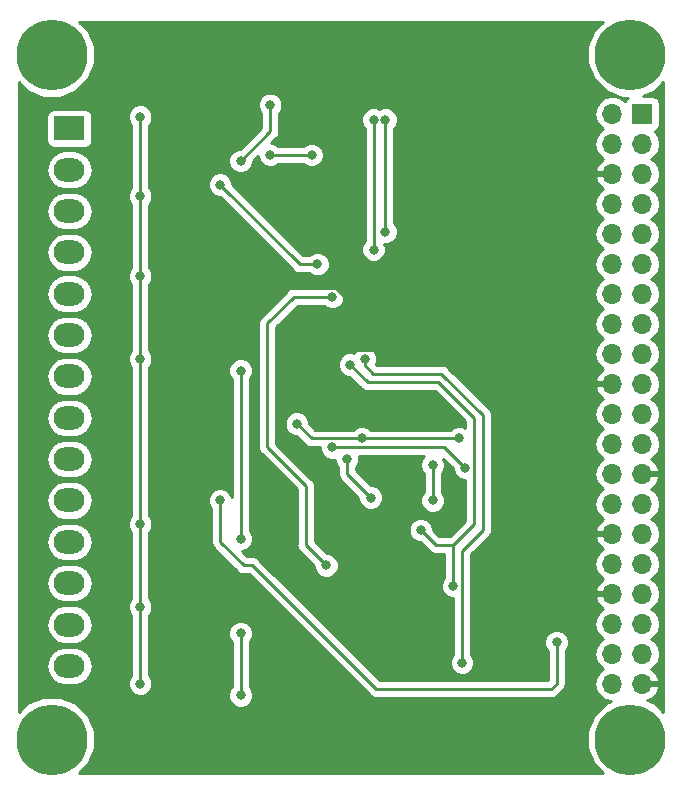
<source format=gbr>
G04 #@! TF.GenerationSoftware,KiCad,Pcbnew,5.0.0-rc3-unknown-14ce5182~65~ubuntu16.04.1*
G04 #@! TF.CreationDate,2018-07-31T19:28:55+01:00*
G04 #@! TF.ProjectId,test,746573742E6B696361645F7063620000,rev?*
G04 #@! TF.SameCoordinates,Original*
G04 #@! TF.FileFunction,Copper,L2,Bot,Signal*
G04 #@! TF.FilePolarity,Positive*
%FSLAX46Y46*%
G04 Gerber Fmt 4.6, Leading zero omitted, Abs format (unit mm)*
G04 Created by KiCad (PCBNEW 5.0.0-rc3-unknown-14ce5182~65~ubuntu16.04.1) date Tue Jul 31 19:28:55 2018*
%MOMM*%
%LPD*%
G01*
G04 APERTURE LIST*
G04 #@! TA.AperFunction,ComponentPad*
%ADD10R,2.600000X2.000000*%
G04 #@! TD*
G04 #@! TA.AperFunction,ComponentPad*
%ADD11O,2.600000X2.000000*%
G04 #@! TD*
G04 #@! TA.AperFunction,ComponentPad*
%ADD12C,6.000000*%
G04 #@! TD*
G04 #@! TA.AperFunction,ComponentPad*
%ADD13R,1.700000X1.700000*%
G04 #@! TD*
G04 #@! TA.AperFunction,ComponentPad*
%ADD14O,1.700000X1.700000*%
G04 #@! TD*
G04 #@! TA.AperFunction,ViaPad*
%ADD15C,0.800000*%
G04 #@! TD*
G04 #@! TA.AperFunction,Conductor*
%ADD16C,0.250000*%
G04 #@! TD*
G04 #@! TA.AperFunction,Conductor*
%ADD17C,0.254000*%
G04 #@! TD*
G04 APERTURE END LIST*
D10*
G04 #@! TO.P,J1,1*
G04 #@! TO.N,Net-(J1-Pad1)*
X142500000Y-55500000D03*
D11*
G04 #@! TO.P,J1,2*
G04 #@! TO.N,Net-(J1-Pad2)*
X142500000Y-59000000D03*
G04 #@! TO.P,J1,3*
G04 #@! TO.N,Net-(J1-Pad3)*
X142500000Y-62500000D03*
G04 #@! TO.P,J1,4*
G04 #@! TO.N,Net-(J1-Pad4)*
X142500000Y-66000000D03*
G04 #@! TO.P,J1,5*
G04 #@! TO.N,Net-(J1-Pad5)*
X142500000Y-69500000D03*
G04 #@! TO.P,J1,6*
G04 #@! TO.N,Net-(J1-Pad6)*
X142500000Y-73000000D03*
G04 #@! TO.P,J1,7*
G04 #@! TO.N,Net-(J1-Pad7)*
X142500000Y-76500000D03*
G04 #@! TO.P,J1,8*
G04 #@! TO.N,Net-(J1-Pad8)*
X142500000Y-80000000D03*
G04 #@! TO.P,J1,9*
G04 #@! TO.N,Net-(J1-Pad9)*
X142500000Y-83500000D03*
G04 #@! TO.P,J1,10*
G04 #@! TO.N,Net-(J1-Pad10)*
X142500000Y-87000000D03*
G04 #@! TO.P,J1,11*
G04 #@! TO.N,Net-(J1-Pad11)*
X142500000Y-90500000D03*
G04 #@! TO.P,J1,12*
G04 #@! TO.N,Net-(J1-Pad12)*
X142500000Y-94000000D03*
G04 #@! TO.P,J1,13*
G04 #@! TO.N,Net-(J1-Pad13)*
X142500000Y-97500000D03*
G04 #@! TO.P,J1,14*
G04 #@! TO.N,Net-(J1-Pad14)*
X142500000Y-101000000D03*
G04 #@! TD*
D12*
G04 #@! TO.P,REF\002A\002A,1*
G04 #@! TO.N,N/C*
X141000000Y-49250000D03*
G04 #@! TD*
G04 #@! TO.P,REF\002A\002A,1*
G04 #@! TO.N,N/C*
X190000000Y-49250000D03*
G04 #@! TD*
G04 #@! TO.P,REF\002A\002A,1*
G04 #@! TO.N,N/C*
X190000000Y-107250000D03*
G04 #@! TD*
D13*
G04 #@! TO.P,RASPI_2_3_HEADER1,1*
G04 #@! TO.N,Net-(RASPI_2_3_HEADER1-Pad1)*
X191000000Y-54250000D03*
D14*
G04 #@! TO.P,RASPI_2_3_HEADER1,2*
G04 #@! TO.N,5V*
X188460000Y-54250000D03*
G04 #@! TO.P,RASPI_2_3_HEADER1,3*
G04 #@! TO.N,Net-(RASPI_2_3_HEADER1-Pad3)*
X191000000Y-56790000D03*
G04 #@! TO.P,RASPI_2_3_HEADER1,4*
G04 #@! TO.N,5V*
X188460000Y-56790000D03*
G04 #@! TO.P,RASPI_2_3_HEADER1,5*
G04 #@! TO.N,Net-(RASPI_2_3_HEADER1-Pad5)*
X191000000Y-59330000D03*
G04 #@! TO.P,RASPI_2_3_HEADER1,6*
G04 #@! TO.N,GND*
X188460000Y-59330000D03*
G04 #@! TO.P,RASPI_2_3_HEADER1,7*
G04 #@! TO.N,Net-(RASPI_2_3_HEADER1-Pad7)*
X191000000Y-61870000D03*
G04 #@! TO.P,RASPI_2_3_HEADER1,8*
G04 #@! TO.N,Net-(RASPI_2_3_HEADER1-Pad8)*
X188460000Y-61870000D03*
G04 #@! TO.P,RASPI_2_3_HEADER1,9*
G04 #@! TO.N,Net-(RASPI_2_3_HEADER1-Pad9)*
X191000000Y-64410000D03*
G04 #@! TO.P,RASPI_2_3_HEADER1,10*
G04 #@! TO.N,Net-(RASPI_2_3_HEADER1-Pad10)*
X188460000Y-64410000D03*
G04 #@! TO.P,RASPI_2_3_HEADER1,11*
G04 #@! TO.N,Net-(RASPI_2_3_HEADER1-Pad11)*
X191000000Y-66950000D03*
G04 #@! TO.P,RASPI_2_3_HEADER1,12*
G04 #@! TO.N,Net-(RASPI_2_3_HEADER1-Pad12)*
X188460000Y-66950000D03*
G04 #@! TO.P,RASPI_2_3_HEADER1,13*
G04 #@! TO.N,Net-(RASPI_2_3_HEADER1-Pad13)*
X191000000Y-69490000D03*
G04 #@! TO.P,RASPI_2_3_HEADER1,14*
G04 #@! TO.N,Net-(RASPI_2_3_HEADER1-Pad14)*
X188460000Y-69490000D03*
G04 #@! TO.P,RASPI_2_3_HEADER1,15*
G04 #@! TO.N,Net-(RASPI_2_3_HEADER1-Pad15)*
X191000000Y-72030000D03*
G04 #@! TO.P,RASPI_2_3_HEADER1,16*
G04 #@! TO.N,Net-(RASPI_2_3_HEADER1-Pad16)*
X188460000Y-72030000D03*
G04 #@! TO.P,RASPI_2_3_HEADER1,17*
G04 #@! TO.N,Net-(RASPI_2_3_HEADER1-Pad17)*
X191000000Y-74570000D03*
G04 #@! TO.P,RASPI_2_3_HEADER1,18*
G04 #@! TO.N,Net-(RASPI_2_3_HEADER1-Pad18)*
X188460000Y-74570000D03*
G04 #@! TO.P,RASPI_2_3_HEADER1,19*
G04 #@! TO.N,MOSI_0*
X191000000Y-77110000D03*
G04 #@! TO.P,RASPI_2_3_HEADER1,20*
G04 #@! TO.N,GND*
X188460000Y-77110000D03*
G04 #@! TO.P,RASPI_2_3_HEADER1,21*
G04 #@! TO.N,MISO_0*
X191000000Y-79650000D03*
G04 #@! TO.P,RASPI_2_3_HEADER1,22*
G04 #@! TO.N,Net-(RASPI_2_3_HEADER1-Pad22)*
X188460000Y-79650000D03*
G04 #@! TO.P,RASPI_2_3_HEADER1,23*
G04 #@! TO.N,SCLK0*
X191000000Y-82190000D03*
G04 #@! TO.P,RASPI_2_3_HEADER1,24*
G04 #@! TO.N,CE0*
X188460000Y-82190000D03*
G04 #@! TO.P,RASPI_2_3_HEADER1,25*
G04 #@! TO.N,GND*
X191000000Y-84730000D03*
G04 #@! TO.P,RASPI_2_3_HEADER1,26*
G04 #@! TO.N,CE1*
X188460000Y-84730000D03*
G04 #@! TO.P,RASPI_2_3_HEADER1,27*
G04 #@! TO.N,Net-(RASPI_2_3_HEADER1-Pad27)*
X191000000Y-87270000D03*
G04 #@! TO.P,RASPI_2_3_HEADER1,28*
G04 #@! TO.N,Net-(RASPI_2_3_HEADER1-Pad28)*
X188460000Y-87270000D03*
G04 #@! TO.P,RASPI_2_3_HEADER1,29*
G04 #@! TO.N,Net-(RASPI_2_3_HEADER1-Pad29)*
X191000000Y-89810000D03*
G04 #@! TO.P,RASPI_2_3_HEADER1,30*
G04 #@! TO.N,GND*
X188460000Y-89810000D03*
G04 #@! TO.P,RASPI_2_3_HEADER1,31*
G04 #@! TO.N,Net-(RASPI_2_3_HEADER1-Pad31)*
X191000000Y-92350000D03*
G04 #@! TO.P,RASPI_2_3_HEADER1,32*
G04 #@! TO.N,Net-(RASPI_2_3_HEADER1-Pad32)*
X188460000Y-92350000D03*
G04 #@! TO.P,RASPI_2_3_HEADER1,33*
G04 #@! TO.N,Net-(RASPI_2_3_HEADER1-Pad33)*
X191000000Y-94890000D03*
G04 #@! TO.P,RASPI_2_3_HEADER1,34*
G04 #@! TO.N,GND*
X188460000Y-94890000D03*
G04 #@! TO.P,RASPI_2_3_HEADER1,35*
G04 #@! TO.N,Net-(RASPI_2_3_HEADER1-Pad35)*
X191000000Y-97430000D03*
G04 #@! TO.P,RASPI_2_3_HEADER1,36*
G04 #@! TO.N,Net-(RASPI_2_3_HEADER1-Pad36)*
X188460000Y-97430000D03*
G04 #@! TO.P,RASPI_2_3_HEADER1,37*
G04 #@! TO.N,Net-(RASPI_2_3_HEADER1-Pad37)*
X191000000Y-99970000D03*
G04 #@! TO.P,RASPI_2_3_HEADER1,38*
G04 #@! TO.N,Net-(RASPI_2_3_HEADER1-Pad38)*
X188460000Y-99970000D03*
G04 #@! TO.P,RASPI_2_3_HEADER1,39*
G04 #@! TO.N,GND*
X191000000Y-102510000D03*
G04 #@! TO.P,RASPI_2_3_HEADER1,40*
G04 #@! TO.N,Net-(RASPI_2_3_HEADER1-Pad40)*
X188460000Y-102510000D03*
G04 #@! TD*
D12*
G04 #@! TO.P,REF\002A\002A,1*
G04 #@! TO.N,N/C*
X141000000Y-107250000D03*
G04 #@! TD*
D15*
G04 #@! TO.N,Net-(R6-Pad2)*
X168250000Y-54750000D03*
X168250000Y-65750000D03*
G04 #@! TO.N,Net-(R5-Pad2)*
X169250000Y-54750000D03*
X169250000Y-64250000D03*
G04 #@! TO.N,Net-(R12-Pad2)*
X159500000Y-53500000D03*
X157000000Y-58250000D03*
G04 #@! TO.N,4V096*
X159500000Y-57750000D03*
X163000000Y-57750000D03*
G04 #@! TO.N,Net-(R11-Pad2)*
X155250000Y-60250000D03*
X163500000Y-67000000D03*
G04 #@! TO.N,4V096*
X148500000Y-54500000D03*
X148500000Y-61250000D03*
X148500000Y-68000000D03*
X148500000Y-75000000D03*
X148500000Y-96000000D03*
X148500000Y-89000000D03*
G04 #@! TO.N,Net-(R16-Pad2)*
X175000000Y-94250000D03*
X166250000Y-75500000D03*
G04 #@! TO.N,Net-(R4-Pad1)*
X175750000Y-100750000D03*
X167500000Y-75000000D03*
G04 #@! TO.N,4V096*
X148500000Y-102500000D03*
G04 #@! TO.N,Net-(R11-Pad2)*
X157000000Y-76000000D03*
X157000000Y-103500000D03*
X157000000Y-98250000D03*
X157000000Y-90250000D03*
G04 #@! TO.N,Net-(R15-Pad2)*
X155250000Y-87000000D03*
X183750000Y-99000000D03*
G04 #@! TO.N,Net-(R16-Pad2)*
X172250000Y-89500000D03*
X172250000Y-89500000D03*
G04 #@! TO.N,Net-(R10-Pad1)*
X164250000Y-92500000D03*
G04 #@! TO.N,5V*
X173250000Y-84000000D03*
X173250000Y-87000000D03*
G04 #@! TO.N,Net-(R10-Pad1)*
X164750000Y-69750000D03*
G04 #@! TO.N,GND*
X183500000Y-78250000D03*
X164000000Y-77000000D03*
X154500000Y-83500000D03*
X154500000Y-80500000D03*
X185750000Y-89750000D03*
X179000000Y-66000000D03*
X180250000Y-58500000D03*
X186000000Y-57750000D03*
X163750000Y-59000000D03*
X170000000Y-97000000D03*
G04 #@! TO.N,MISO_0*
X161750000Y-80500000D03*
X175500000Y-81750000D03*
G04 #@! TO.N,CE0*
X176000000Y-84250000D03*
G04 #@! TO.N,MOSI_0*
X168000000Y-86750000D03*
G04 #@! TO.N,MISO_0*
X167250000Y-81750000D03*
G04 #@! TO.N,MOSI_0*
X166000000Y-83500000D03*
G04 #@! TO.N,CE0*
X164750000Y-82500000D03*
G04 #@! TD*
D16*
G04 #@! TO.N,Net-(R6-Pad2)*
X168250000Y-54750000D02*
X168250000Y-65750000D01*
G04 #@! TO.N,Net-(R5-Pad2)*
X169250000Y-54750000D02*
X169250000Y-64250000D01*
G04 #@! TO.N,Net-(R12-Pad2)*
X159500000Y-55750000D02*
X157000000Y-58250000D01*
X159500000Y-53500000D02*
X159500000Y-55750000D01*
G04 #@! TO.N,4V096*
X159500000Y-57750000D02*
X163000000Y-57750000D01*
X148500000Y-61250000D02*
X148500000Y-54500000D01*
X148500000Y-68000000D02*
X148500000Y-61250000D01*
X148500000Y-75000000D02*
X148500000Y-68000000D01*
X148500000Y-85250000D02*
X148500000Y-75000000D01*
X148500000Y-96000000D02*
X148500000Y-89000000D01*
X148500000Y-89000000D02*
X148500000Y-85250000D01*
G04 #@! TO.N,Net-(R4-Pad1)*
X167500000Y-75565685D02*
X168184315Y-76250000D01*
X167500000Y-75000000D02*
X167500000Y-75565685D01*
X168184315Y-76250000D02*
X174000000Y-76250000D01*
X174000000Y-76250000D02*
X177500000Y-79750000D01*
X177500000Y-79750000D02*
X177500000Y-89500000D01*
X175750000Y-91250000D02*
X175750000Y-100750000D01*
X177500000Y-89500000D02*
X175750000Y-91250000D01*
G04 #@! TO.N,Net-(R16-Pad2)*
X175000000Y-90750000D02*
X175000000Y-94250000D01*
X176725001Y-89024999D02*
X175000000Y-90750000D01*
X166250000Y-75500000D02*
X167750000Y-77000000D01*
X167750000Y-77000000D02*
X173750000Y-77000000D01*
X173750000Y-77000000D02*
X176725001Y-79975001D01*
X176725001Y-79975001D02*
X176725001Y-89024999D01*
G04 #@! TO.N,4V096*
X148500000Y-96565685D02*
X148500000Y-102500000D01*
X148500000Y-96000000D02*
X148500000Y-96565685D01*
G04 #@! TO.N,Net-(R11-Pad2)*
X157000000Y-76000000D02*
X157000000Y-90250000D01*
X157000000Y-98250000D02*
X157000000Y-103500000D01*
G04 #@! TO.N,Net-(R15-Pad2)*
X183750000Y-99000000D02*
X183750000Y-102500000D01*
X183750000Y-102500000D02*
X183250000Y-103000000D01*
X183250000Y-103000000D02*
X168500000Y-103000000D01*
X168500000Y-103000000D02*
X158000000Y-92500000D01*
X158000000Y-92500000D02*
X157250000Y-92500000D01*
X155250000Y-90500000D02*
X155250000Y-87000000D01*
X157250000Y-92500000D02*
X155250000Y-90500000D01*
G04 #@! TO.N,Net-(R16-Pad2)*
X173500000Y-90750000D02*
X172250000Y-89500000D01*
X175000000Y-90750000D02*
X173500000Y-90750000D01*
G04 #@! TO.N,Net-(R11-Pad2)*
X162000000Y-67000000D02*
X155250000Y-60250000D01*
X163500000Y-67000000D02*
X162000000Y-67000000D01*
G04 #@! TO.N,5V*
X173250000Y-84000000D02*
X173250000Y-87000000D01*
G04 #@! TO.N,Net-(R10-Pad1)*
X161500000Y-69750000D02*
X164750000Y-69750000D01*
X159250000Y-72000000D02*
X161500000Y-69750000D01*
X159250000Y-82500000D02*
X159250000Y-72000000D01*
X162500000Y-90750000D02*
X162500000Y-85750000D01*
X164250000Y-92500000D02*
X162500000Y-90750000D01*
X162500000Y-85750000D02*
X159250000Y-82500000D01*
G04 #@! TO.N,GND*
X180649999Y-58899999D02*
X184100001Y-58899999D01*
X180250000Y-58500000D02*
X180649999Y-58899999D01*
X185250000Y-57750000D02*
X186000000Y-57750000D01*
X184100001Y-58899999D02*
X185250000Y-57750000D01*
X180250000Y-58500000D02*
X180250000Y-61250000D01*
X179000000Y-62500000D02*
X179000000Y-66000000D01*
X180250000Y-61250000D02*
X179000000Y-62500000D01*
X164000000Y-75000000D02*
X164750000Y-74250000D01*
X164000000Y-77000000D02*
X164000000Y-75000000D01*
X154899999Y-80899999D02*
X154500000Y-80500000D01*
X154899999Y-83100001D02*
X154899999Y-80899999D01*
X154500000Y-83500000D02*
X154899999Y-83100001D01*
X154899999Y-80100001D02*
X154899999Y-74600001D01*
X154500000Y-80500000D02*
X154899999Y-80100001D01*
X154899999Y-74600001D02*
X160500000Y-69000000D01*
X167000000Y-70926998D02*
X167000000Y-74250000D01*
X165073002Y-69000000D02*
X167000000Y-70926998D01*
X164750000Y-74250000D02*
X167000000Y-74250000D01*
X167000000Y-74250000D02*
X179500000Y-74250000D01*
X164750000Y-60000000D02*
X164750000Y-69000000D01*
X163750000Y-59000000D02*
X164750000Y-60000000D01*
X164750000Y-69000000D02*
X165073002Y-69000000D01*
X160500000Y-69000000D02*
X164750000Y-69000000D01*
X179750000Y-67315685D02*
X179750000Y-74500000D01*
X179000000Y-66565685D02*
X179750000Y-67315685D01*
X179000000Y-66000000D02*
X179000000Y-66565685D01*
X179750000Y-74500000D02*
X183500000Y-78250000D01*
X179500000Y-74250000D02*
X179750000Y-74500000D01*
X170399999Y-96600001D02*
X170399999Y-91399999D01*
X170000000Y-97000000D02*
X170399999Y-96600001D01*
X170399999Y-91399999D02*
X160500000Y-81500000D01*
X160500000Y-81500000D02*
X160500000Y-78000000D01*
X161500000Y-77000000D02*
X164000000Y-77000000D01*
X160500000Y-78000000D02*
X161500000Y-77000000D01*
G04 #@! TO.N,MISO_0*
X174934315Y-81750000D02*
X167250000Y-81750000D01*
X175500000Y-81750000D02*
X174934315Y-81750000D01*
X163000000Y-81750000D02*
X167250000Y-81750000D01*
X161750000Y-80500000D02*
X163000000Y-81750000D01*
G04 #@! TO.N,MOSI_0*
X166000000Y-84750000D02*
X168000000Y-86750000D01*
X166000000Y-83500000D02*
X166000000Y-84750000D01*
G04 #@! TO.N,CE0*
X174250000Y-82500000D02*
X164750000Y-82500000D01*
X176000000Y-84250000D02*
X174250000Y-82500000D01*
G04 #@! TD*
D17*
G04 #@! TO.N,GND*
G36*
X186918396Y-47190938D02*
X186365000Y-48526954D01*
X186365000Y-49973046D01*
X186918396Y-51309062D01*
X187940938Y-52331604D01*
X189276954Y-52885000D01*
X189777783Y-52885000D01*
X189692191Y-52942191D01*
X189551843Y-53152235D01*
X189542816Y-53197619D01*
X189530625Y-53179375D01*
X189039418Y-52851161D01*
X188606256Y-52765000D01*
X188313744Y-52765000D01*
X187880582Y-52851161D01*
X187389375Y-53179375D01*
X187061161Y-53670582D01*
X186945908Y-54250000D01*
X187061161Y-54829418D01*
X187389375Y-55320625D01*
X187687761Y-55520000D01*
X187389375Y-55719375D01*
X187061161Y-56210582D01*
X186945908Y-56790000D01*
X187061161Y-57369418D01*
X187389375Y-57860625D01*
X187708478Y-58073843D01*
X187578642Y-58134817D01*
X187188355Y-58563076D01*
X187018524Y-58973110D01*
X187139845Y-59203000D01*
X188333000Y-59203000D01*
X188333000Y-59183000D01*
X188587000Y-59183000D01*
X188587000Y-59203000D01*
X188607000Y-59203000D01*
X188607000Y-59457000D01*
X188587000Y-59457000D01*
X188587000Y-59477000D01*
X188333000Y-59477000D01*
X188333000Y-59457000D01*
X187139845Y-59457000D01*
X187018524Y-59686890D01*
X187188355Y-60096924D01*
X187578642Y-60525183D01*
X187708478Y-60586157D01*
X187389375Y-60799375D01*
X187061161Y-61290582D01*
X186945908Y-61870000D01*
X187061161Y-62449418D01*
X187389375Y-62940625D01*
X187687761Y-63140000D01*
X187389375Y-63339375D01*
X187061161Y-63830582D01*
X186945908Y-64410000D01*
X187061161Y-64989418D01*
X187389375Y-65480625D01*
X187687761Y-65680000D01*
X187389375Y-65879375D01*
X187061161Y-66370582D01*
X186945908Y-66950000D01*
X187061161Y-67529418D01*
X187389375Y-68020625D01*
X187687761Y-68220000D01*
X187389375Y-68419375D01*
X187061161Y-68910582D01*
X186945908Y-69490000D01*
X187061161Y-70069418D01*
X187389375Y-70560625D01*
X187687761Y-70760000D01*
X187389375Y-70959375D01*
X187061161Y-71450582D01*
X186945908Y-72030000D01*
X187061161Y-72609418D01*
X187389375Y-73100625D01*
X187687761Y-73300000D01*
X187389375Y-73499375D01*
X187061161Y-73990582D01*
X186945908Y-74570000D01*
X187061161Y-75149418D01*
X187389375Y-75640625D01*
X187708478Y-75853843D01*
X187578642Y-75914817D01*
X187188355Y-76343076D01*
X187018524Y-76753110D01*
X187139845Y-76983000D01*
X188333000Y-76983000D01*
X188333000Y-76963000D01*
X188587000Y-76963000D01*
X188587000Y-76983000D01*
X188607000Y-76983000D01*
X188607000Y-77237000D01*
X188587000Y-77237000D01*
X188587000Y-77257000D01*
X188333000Y-77257000D01*
X188333000Y-77237000D01*
X187139845Y-77237000D01*
X187018524Y-77466890D01*
X187188355Y-77876924D01*
X187578642Y-78305183D01*
X187708478Y-78366157D01*
X187389375Y-78579375D01*
X187061161Y-79070582D01*
X186945908Y-79650000D01*
X187061161Y-80229418D01*
X187389375Y-80720625D01*
X187687761Y-80920000D01*
X187389375Y-81119375D01*
X187061161Y-81610582D01*
X186945908Y-82190000D01*
X187061161Y-82769418D01*
X187389375Y-83260625D01*
X187687761Y-83460000D01*
X187389375Y-83659375D01*
X187061161Y-84150582D01*
X186945908Y-84730000D01*
X187061161Y-85309418D01*
X187389375Y-85800625D01*
X187687761Y-86000000D01*
X187389375Y-86199375D01*
X187061161Y-86690582D01*
X186945908Y-87270000D01*
X187061161Y-87849418D01*
X187389375Y-88340625D01*
X187708478Y-88553843D01*
X187578642Y-88614817D01*
X187188355Y-89043076D01*
X187018524Y-89453110D01*
X187139845Y-89683000D01*
X188333000Y-89683000D01*
X188333000Y-89663000D01*
X188587000Y-89663000D01*
X188587000Y-89683000D01*
X188607000Y-89683000D01*
X188607000Y-89937000D01*
X188587000Y-89937000D01*
X188587000Y-89957000D01*
X188333000Y-89957000D01*
X188333000Y-89937000D01*
X187139845Y-89937000D01*
X187018524Y-90166890D01*
X187188355Y-90576924D01*
X187578642Y-91005183D01*
X187708478Y-91066157D01*
X187389375Y-91279375D01*
X187061161Y-91770582D01*
X186945908Y-92350000D01*
X187061161Y-92929418D01*
X187389375Y-93420625D01*
X187708478Y-93633843D01*
X187578642Y-93694817D01*
X187188355Y-94123076D01*
X187018524Y-94533110D01*
X187139845Y-94763000D01*
X188333000Y-94763000D01*
X188333000Y-94743000D01*
X188587000Y-94743000D01*
X188587000Y-94763000D01*
X188607000Y-94763000D01*
X188607000Y-95017000D01*
X188587000Y-95017000D01*
X188587000Y-95037000D01*
X188333000Y-95037000D01*
X188333000Y-95017000D01*
X187139845Y-95017000D01*
X187018524Y-95246890D01*
X187188355Y-95656924D01*
X187578642Y-96085183D01*
X187708478Y-96146157D01*
X187389375Y-96359375D01*
X187061161Y-96850582D01*
X186945908Y-97430000D01*
X187061161Y-98009418D01*
X187389375Y-98500625D01*
X187687761Y-98700000D01*
X187389375Y-98899375D01*
X187061161Y-99390582D01*
X186945908Y-99970000D01*
X187061161Y-100549418D01*
X187389375Y-101040625D01*
X187687761Y-101240000D01*
X187389375Y-101439375D01*
X187061161Y-101930582D01*
X186945908Y-102510000D01*
X187061161Y-103089418D01*
X187389375Y-103580625D01*
X187880582Y-103908839D01*
X188313744Y-103995000D01*
X188359553Y-103995000D01*
X187940938Y-104168396D01*
X186918396Y-105190938D01*
X186365000Y-106526954D01*
X186365000Y-107973046D01*
X186918396Y-109309062D01*
X187649334Y-110040000D01*
X143350666Y-110040000D01*
X144081604Y-109309062D01*
X144635000Y-107973046D01*
X144635000Y-106526954D01*
X144081604Y-105190938D01*
X143059062Y-104168396D01*
X141723046Y-103615000D01*
X140276954Y-103615000D01*
X138940938Y-104168396D01*
X138210000Y-104899334D01*
X138210000Y-101000000D01*
X140532969Y-101000000D01*
X140659864Y-101637945D01*
X141021231Y-102178769D01*
X141562055Y-102540136D01*
X142038969Y-102635000D01*
X142961031Y-102635000D01*
X143437945Y-102540136D01*
X143978769Y-102178769D01*
X144340136Y-101637945D01*
X144467031Y-101000000D01*
X144340136Y-100362055D01*
X143978769Y-99821231D01*
X143437945Y-99459864D01*
X142961031Y-99365000D01*
X142038969Y-99365000D01*
X141562055Y-99459864D01*
X141021231Y-99821231D01*
X140659864Y-100362055D01*
X140532969Y-101000000D01*
X138210000Y-101000000D01*
X138210000Y-97500000D01*
X140532969Y-97500000D01*
X140659864Y-98137945D01*
X141021231Y-98678769D01*
X141562055Y-99040136D01*
X142038969Y-99135000D01*
X142961031Y-99135000D01*
X143437945Y-99040136D01*
X143978769Y-98678769D01*
X144340136Y-98137945D01*
X144467031Y-97500000D01*
X144340136Y-96862055D01*
X143978769Y-96321231D01*
X143437945Y-95959864D01*
X142961031Y-95865000D01*
X142038969Y-95865000D01*
X141562055Y-95959864D01*
X141021231Y-96321231D01*
X140659864Y-96862055D01*
X140532969Y-97500000D01*
X138210000Y-97500000D01*
X138210000Y-94000000D01*
X140532969Y-94000000D01*
X140659864Y-94637945D01*
X141021231Y-95178769D01*
X141562055Y-95540136D01*
X142038969Y-95635000D01*
X142961031Y-95635000D01*
X143437945Y-95540136D01*
X143978769Y-95178769D01*
X144340136Y-94637945D01*
X144467031Y-94000000D01*
X144340136Y-93362055D01*
X143978769Y-92821231D01*
X143437945Y-92459864D01*
X142961031Y-92365000D01*
X142038969Y-92365000D01*
X141562055Y-92459864D01*
X141021231Y-92821231D01*
X140659864Y-93362055D01*
X140532969Y-94000000D01*
X138210000Y-94000000D01*
X138210000Y-90500000D01*
X140532969Y-90500000D01*
X140659864Y-91137945D01*
X141021231Y-91678769D01*
X141562055Y-92040136D01*
X142038969Y-92135000D01*
X142961031Y-92135000D01*
X143437945Y-92040136D01*
X143978769Y-91678769D01*
X144340136Y-91137945D01*
X144467031Y-90500000D01*
X144340136Y-89862055D01*
X143978769Y-89321231D01*
X143437945Y-88959864D01*
X142961031Y-88865000D01*
X142038969Y-88865000D01*
X141562055Y-88959864D01*
X141021231Y-89321231D01*
X140659864Y-89862055D01*
X140532969Y-90500000D01*
X138210000Y-90500000D01*
X138210000Y-87000000D01*
X140532969Y-87000000D01*
X140659864Y-87637945D01*
X141021231Y-88178769D01*
X141562055Y-88540136D01*
X142038969Y-88635000D01*
X142961031Y-88635000D01*
X143437945Y-88540136D01*
X143978769Y-88178769D01*
X144340136Y-87637945D01*
X144467031Y-87000000D01*
X144340136Y-86362055D01*
X143978769Y-85821231D01*
X143437945Y-85459864D01*
X142961031Y-85365000D01*
X142038969Y-85365000D01*
X141562055Y-85459864D01*
X141021231Y-85821231D01*
X140659864Y-86362055D01*
X140532969Y-87000000D01*
X138210000Y-87000000D01*
X138210000Y-83500000D01*
X140532969Y-83500000D01*
X140659864Y-84137945D01*
X141021231Y-84678769D01*
X141562055Y-85040136D01*
X142038969Y-85135000D01*
X142961031Y-85135000D01*
X143437945Y-85040136D01*
X143978769Y-84678769D01*
X144340136Y-84137945D01*
X144467031Y-83500000D01*
X144340136Y-82862055D01*
X143978769Y-82321231D01*
X143437945Y-81959864D01*
X142961031Y-81865000D01*
X142038969Y-81865000D01*
X141562055Y-81959864D01*
X141021231Y-82321231D01*
X140659864Y-82862055D01*
X140532969Y-83500000D01*
X138210000Y-83500000D01*
X138210000Y-80000000D01*
X140532969Y-80000000D01*
X140659864Y-80637945D01*
X141021231Y-81178769D01*
X141562055Y-81540136D01*
X142038969Y-81635000D01*
X142961031Y-81635000D01*
X143437945Y-81540136D01*
X143978769Y-81178769D01*
X144340136Y-80637945D01*
X144467031Y-80000000D01*
X144340136Y-79362055D01*
X143978769Y-78821231D01*
X143437945Y-78459864D01*
X142961031Y-78365000D01*
X142038969Y-78365000D01*
X141562055Y-78459864D01*
X141021231Y-78821231D01*
X140659864Y-79362055D01*
X140532969Y-80000000D01*
X138210000Y-80000000D01*
X138210000Y-76500000D01*
X140532969Y-76500000D01*
X140659864Y-77137945D01*
X141021231Y-77678769D01*
X141562055Y-78040136D01*
X142038969Y-78135000D01*
X142961031Y-78135000D01*
X143437945Y-78040136D01*
X143978769Y-77678769D01*
X144340136Y-77137945D01*
X144467031Y-76500000D01*
X144340136Y-75862055D01*
X143978769Y-75321231D01*
X143437945Y-74959864D01*
X142961031Y-74865000D01*
X142038969Y-74865000D01*
X141562055Y-74959864D01*
X141021231Y-75321231D01*
X140659864Y-75862055D01*
X140532969Y-76500000D01*
X138210000Y-76500000D01*
X138210000Y-73000000D01*
X140532969Y-73000000D01*
X140659864Y-73637945D01*
X141021231Y-74178769D01*
X141562055Y-74540136D01*
X142038969Y-74635000D01*
X142961031Y-74635000D01*
X143437945Y-74540136D01*
X143978769Y-74178769D01*
X144340136Y-73637945D01*
X144467031Y-73000000D01*
X144340136Y-72362055D01*
X143978769Y-71821231D01*
X143437945Y-71459864D01*
X142961031Y-71365000D01*
X142038969Y-71365000D01*
X141562055Y-71459864D01*
X141021231Y-71821231D01*
X140659864Y-72362055D01*
X140532969Y-73000000D01*
X138210000Y-73000000D01*
X138210000Y-69500000D01*
X140532969Y-69500000D01*
X140659864Y-70137945D01*
X141021231Y-70678769D01*
X141562055Y-71040136D01*
X142038969Y-71135000D01*
X142961031Y-71135000D01*
X143437945Y-71040136D01*
X143978769Y-70678769D01*
X144340136Y-70137945D01*
X144467031Y-69500000D01*
X144340136Y-68862055D01*
X143978769Y-68321231D01*
X143437945Y-67959864D01*
X142961031Y-67865000D01*
X142038969Y-67865000D01*
X141562055Y-67959864D01*
X141021231Y-68321231D01*
X140659864Y-68862055D01*
X140532969Y-69500000D01*
X138210000Y-69500000D01*
X138210000Y-66000000D01*
X140532969Y-66000000D01*
X140659864Y-66637945D01*
X141021231Y-67178769D01*
X141562055Y-67540136D01*
X142038969Y-67635000D01*
X142961031Y-67635000D01*
X143437945Y-67540136D01*
X143978769Y-67178769D01*
X144340136Y-66637945D01*
X144467031Y-66000000D01*
X144340136Y-65362055D01*
X143978769Y-64821231D01*
X143437945Y-64459864D01*
X142961031Y-64365000D01*
X142038969Y-64365000D01*
X141562055Y-64459864D01*
X141021231Y-64821231D01*
X140659864Y-65362055D01*
X140532969Y-66000000D01*
X138210000Y-66000000D01*
X138210000Y-62500000D01*
X140532969Y-62500000D01*
X140659864Y-63137945D01*
X141021231Y-63678769D01*
X141562055Y-64040136D01*
X142038969Y-64135000D01*
X142961031Y-64135000D01*
X143437945Y-64040136D01*
X143978769Y-63678769D01*
X144340136Y-63137945D01*
X144467031Y-62500000D01*
X144340136Y-61862055D01*
X143978769Y-61321231D01*
X143437945Y-60959864D01*
X142961031Y-60865000D01*
X142038969Y-60865000D01*
X141562055Y-60959864D01*
X141021231Y-61321231D01*
X140659864Y-61862055D01*
X140532969Y-62500000D01*
X138210000Y-62500000D01*
X138210000Y-59000000D01*
X140532969Y-59000000D01*
X140659864Y-59637945D01*
X141021231Y-60178769D01*
X141562055Y-60540136D01*
X142038969Y-60635000D01*
X142961031Y-60635000D01*
X143437945Y-60540136D01*
X143978769Y-60178769D01*
X144340136Y-59637945D01*
X144467031Y-59000000D01*
X144340136Y-58362055D01*
X143978769Y-57821231D01*
X143437945Y-57459864D01*
X142961031Y-57365000D01*
X142038969Y-57365000D01*
X141562055Y-57459864D01*
X141021231Y-57821231D01*
X140659864Y-58362055D01*
X140532969Y-59000000D01*
X138210000Y-59000000D01*
X138210000Y-54500000D01*
X140552560Y-54500000D01*
X140552560Y-56500000D01*
X140601843Y-56747765D01*
X140742191Y-56957809D01*
X140952235Y-57098157D01*
X141200000Y-57147440D01*
X143800000Y-57147440D01*
X144047765Y-57098157D01*
X144257809Y-56957809D01*
X144398157Y-56747765D01*
X144447440Y-56500000D01*
X144447440Y-54500000D01*
X144406490Y-54294126D01*
X147465000Y-54294126D01*
X147465000Y-54705874D01*
X147622569Y-55086280D01*
X147740001Y-55203712D01*
X147740000Y-60546289D01*
X147622569Y-60663720D01*
X147465000Y-61044126D01*
X147465000Y-61455874D01*
X147622569Y-61836280D01*
X147740001Y-61953712D01*
X147740000Y-67296289D01*
X147622569Y-67413720D01*
X147465000Y-67794126D01*
X147465000Y-68205874D01*
X147622569Y-68586280D01*
X147740001Y-68703712D01*
X147740000Y-74296289D01*
X147622569Y-74413720D01*
X147465000Y-74794126D01*
X147465000Y-75205874D01*
X147622569Y-75586280D01*
X147740001Y-75703712D01*
X147740000Y-85324851D01*
X147740001Y-85324856D01*
X147740000Y-88296289D01*
X147622569Y-88413720D01*
X147465000Y-88794126D01*
X147465000Y-89205874D01*
X147622569Y-89586280D01*
X147740001Y-89703712D01*
X147740000Y-95296289D01*
X147622569Y-95413720D01*
X147465000Y-95794126D01*
X147465000Y-96205874D01*
X147622569Y-96586280D01*
X147740000Y-96703711D01*
X147740001Y-101796288D01*
X147622569Y-101913720D01*
X147465000Y-102294126D01*
X147465000Y-102705874D01*
X147622569Y-103086280D01*
X147913720Y-103377431D01*
X148294126Y-103535000D01*
X148705874Y-103535000D01*
X149086280Y-103377431D01*
X149377431Y-103086280D01*
X149535000Y-102705874D01*
X149535000Y-102294126D01*
X149377431Y-101913720D01*
X149260000Y-101796289D01*
X149260000Y-98044126D01*
X155965000Y-98044126D01*
X155965000Y-98455874D01*
X156122569Y-98836280D01*
X156240000Y-98953711D01*
X156240001Y-102796288D01*
X156122569Y-102913720D01*
X155965000Y-103294126D01*
X155965000Y-103705874D01*
X156122569Y-104086280D01*
X156413720Y-104377431D01*
X156794126Y-104535000D01*
X157205874Y-104535000D01*
X157586280Y-104377431D01*
X157877431Y-104086280D01*
X158035000Y-103705874D01*
X158035000Y-103294126D01*
X157877431Y-102913720D01*
X157760000Y-102796289D01*
X157760000Y-98953711D01*
X157877431Y-98836280D01*
X158035000Y-98455874D01*
X158035000Y-98044126D01*
X157877431Y-97663720D01*
X157586280Y-97372569D01*
X157205874Y-97215000D01*
X156794126Y-97215000D01*
X156413720Y-97372569D01*
X156122569Y-97663720D01*
X155965000Y-98044126D01*
X149260000Y-98044126D01*
X149260000Y-96703711D01*
X149377431Y-96586280D01*
X149535000Y-96205874D01*
X149535000Y-95794126D01*
X149377431Y-95413720D01*
X149260000Y-95296289D01*
X149260000Y-89703711D01*
X149377431Y-89586280D01*
X149535000Y-89205874D01*
X149535000Y-88794126D01*
X149377431Y-88413720D01*
X149260000Y-88296289D01*
X149260000Y-86794126D01*
X154215000Y-86794126D01*
X154215000Y-87205874D01*
X154372569Y-87586280D01*
X154490001Y-87703712D01*
X154490000Y-90425153D01*
X154475112Y-90500000D01*
X154490000Y-90574847D01*
X154490000Y-90574851D01*
X154534096Y-90796536D01*
X154702071Y-91047929D01*
X154765530Y-91090331D01*
X156659670Y-92984472D01*
X156702071Y-93047929D01*
X156953463Y-93215904D01*
X157175148Y-93260000D01*
X157175152Y-93260000D01*
X157249999Y-93274888D01*
X157324846Y-93260000D01*
X157685199Y-93260000D01*
X167909673Y-103484476D01*
X167952071Y-103547929D01*
X168015524Y-103590327D01*
X168015526Y-103590329D01*
X168140902Y-103674102D01*
X168203463Y-103715904D01*
X168425148Y-103760000D01*
X168425152Y-103760000D01*
X168499999Y-103774888D01*
X168574846Y-103760000D01*
X183175153Y-103760000D01*
X183250000Y-103774888D01*
X183324847Y-103760000D01*
X183324852Y-103760000D01*
X183546537Y-103715904D01*
X183797929Y-103547929D01*
X183840331Y-103484471D01*
X184234472Y-103090329D01*
X184297929Y-103047929D01*
X184418896Y-102866890D01*
X184465904Y-102796538D01*
X184483938Y-102705874D01*
X184510000Y-102574852D01*
X184510000Y-102574848D01*
X184524888Y-102500000D01*
X184510000Y-102425152D01*
X184510000Y-99703711D01*
X184627431Y-99586280D01*
X184785000Y-99205874D01*
X184785000Y-98794126D01*
X184627431Y-98413720D01*
X184336280Y-98122569D01*
X183955874Y-97965000D01*
X183544126Y-97965000D01*
X183163720Y-98122569D01*
X182872569Y-98413720D01*
X182715000Y-98794126D01*
X182715000Y-99205874D01*
X182872569Y-99586280D01*
X182990000Y-99703711D01*
X182990001Y-102185198D01*
X182935199Y-102240000D01*
X168814803Y-102240000D01*
X158590331Y-92015530D01*
X158547929Y-91952071D01*
X158296537Y-91784096D01*
X158074852Y-91740000D01*
X158074847Y-91740000D01*
X158000000Y-91725112D01*
X157925153Y-91740000D01*
X157564802Y-91740000D01*
X157109802Y-91285000D01*
X157205874Y-91285000D01*
X157586280Y-91127431D01*
X157877431Y-90836280D01*
X158035000Y-90455874D01*
X158035000Y-90044126D01*
X157877431Y-89663720D01*
X157760000Y-89546289D01*
X157760000Y-76703711D01*
X157877431Y-76586280D01*
X158035000Y-76205874D01*
X158035000Y-75794126D01*
X157877431Y-75413720D01*
X157586280Y-75122569D01*
X157205874Y-74965000D01*
X156794126Y-74965000D01*
X156413720Y-75122569D01*
X156122569Y-75413720D01*
X155965000Y-75794126D01*
X155965000Y-76205874D01*
X156122569Y-76586280D01*
X156240000Y-76703711D01*
X156240001Y-86685488D01*
X156127431Y-86413720D01*
X155836280Y-86122569D01*
X155455874Y-85965000D01*
X155044126Y-85965000D01*
X154663720Y-86122569D01*
X154372569Y-86413720D01*
X154215000Y-86794126D01*
X149260000Y-86794126D01*
X149260000Y-75703711D01*
X149377431Y-75586280D01*
X149535000Y-75205874D01*
X149535000Y-74794126D01*
X149377431Y-74413720D01*
X149260000Y-74296289D01*
X149260000Y-72000000D01*
X158475112Y-72000000D01*
X158490001Y-72074852D01*
X158490000Y-82425153D01*
X158475112Y-82500000D01*
X158490000Y-82574847D01*
X158490000Y-82574851D01*
X158534096Y-82796536D01*
X158702071Y-83047929D01*
X158765530Y-83090331D01*
X161740001Y-86064803D01*
X161740000Y-90675153D01*
X161725112Y-90750000D01*
X161740000Y-90824847D01*
X161740000Y-90824851D01*
X161784096Y-91046536D01*
X161952071Y-91297929D01*
X162015530Y-91340331D01*
X163215000Y-92539802D01*
X163215000Y-92705874D01*
X163372569Y-93086280D01*
X163663720Y-93377431D01*
X164044126Y-93535000D01*
X164455874Y-93535000D01*
X164836280Y-93377431D01*
X165127431Y-93086280D01*
X165285000Y-92705874D01*
X165285000Y-92294126D01*
X165127431Y-91913720D01*
X164836280Y-91622569D01*
X164455874Y-91465000D01*
X164289802Y-91465000D01*
X163260000Y-90435199D01*
X163260000Y-85824846D01*
X163274888Y-85749999D01*
X163260000Y-85675152D01*
X163260000Y-85675148D01*
X163215904Y-85453463D01*
X163047929Y-85202071D01*
X162984473Y-85159671D01*
X160010000Y-82185199D01*
X160010000Y-80294126D01*
X160715000Y-80294126D01*
X160715000Y-80705874D01*
X160872569Y-81086280D01*
X161163720Y-81377431D01*
X161544126Y-81535000D01*
X161710199Y-81535000D01*
X162409671Y-82234473D01*
X162452071Y-82297929D01*
X162703463Y-82465904D01*
X162925148Y-82510000D01*
X162925153Y-82510000D01*
X163000000Y-82524888D01*
X163074847Y-82510000D01*
X163715000Y-82510000D01*
X163715000Y-82705874D01*
X163872569Y-83086280D01*
X164163720Y-83377431D01*
X164544126Y-83535000D01*
X164955874Y-83535000D01*
X164965000Y-83531220D01*
X164965000Y-83705874D01*
X165122569Y-84086280D01*
X165240001Y-84203712D01*
X165240001Y-84675149D01*
X165225112Y-84750000D01*
X165284097Y-85046537D01*
X165388022Y-85202071D01*
X165452072Y-85297929D01*
X165515528Y-85340329D01*
X166965000Y-86789802D01*
X166965000Y-86955874D01*
X167122569Y-87336280D01*
X167413720Y-87627431D01*
X167794126Y-87785000D01*
X168205874Y-87785000D01*
X168586280Y-87627431D01*
X168877431Y-87336280D01*
X169035000Y-86955874D01*
X169035000Y-86544126D01*
X168877431Y-86163720D01*
X168586280Y-85872569D01*
X168205874Y-85715000D01*
X168039802Y-85715000D01*
X166760000Y-84435199D01*
X166760000Y-84203711D01*
X166877431Y-84086280D01*
X167035000Y-83705874D01*
X167035000Y-83294126D01*
X167020865Y-83260000D01*
X172526289Y-83260000D01*
X172372569Y-83413720D01*
X172215000Y-83794126D01*
X172215000Y-84205874D01*
X172372569Y-84586280D01*
X172490000Y-84703711D01*
X172490001Y-86296288D01*
X172372569Y-86413720D01*
X172215000Y-86794126D01*
X172215000Y-87205874D01*
X172372569Y-87586280D01*
X172663720Y-87877431D01*
X173044126Y-88035000D01*
X173455874Y-88035000D01*
X173836280Y-87877431D01*
X174127431Y-87586280D01*
X174285000Y-87205874D01*
X174285000Y-86794126D01*
X174127431Y-86413720D01*
X174010000Y-86296289D01*
X174010000Y-84703711D01*
X174127431Y-84586280D01*
X174285000Y-84205874D01*
X174285000Y-83794126D01*
X174154663Y-83479464D01*
X174965000Y-84289802D01*
X174965000Y-84455874D01*
X175122569Y-84836280D01*
X175413720Y-85127431D01*
X175794126Y-85285000D01*
X175965002Y-85285000D01*
X175965002Y-88710196D01*
X174685199Y-89990000D01*
X173814802Y-89990000D01*
X173285000Y-89460199D01*
X173285000Y-89294126D01*
X173127431Y-88913720D01*
X172836280Y-88622569D01*
X172455874Y-88465000D01*
X172044126Y-88465000D01*
X171663720Y-88622569D01*
X171372569Y-88913720D01*
X171215000Y-89294126D01*
X171215000Y-89705874D01*
X171372569Y-90086280D01*
X171663720Y-90377431D01*
X172044126Y-90535000D01*
X172210199Y-90535000D01*
X172909670Y-91234472D01*
X172952071Y-91297929D01*
X173203463Y-91465904D01*
X173425148Y-91510000D01*
X173425153Y-91510000D01*
X173500000Y-91524888D01*
X173574847Y-91510000D01*
X174240000Y-91510000D01*
X174240001Y-93546288D01*
X174122569Y-93663720D01*
X173965000Y-94044126D01*
X173965000Y-94455874D01*
X174122569Y-94836280D01*
X174413720Y-95127431D01*
X174794126Y-95285000D01*
X174990000Y-95285000D01*
X174990001Y-100046288D01*
X174872569Y-100163720D01*
X174715000Y-100544126D01*
X174715000Y-100955874D01*
X174872569Y-101336280D01*
X175163720Y-101627431D01*
X175544126Y-101785000D01*
X175955874Y-101785000D01*
X176336280Y-101627431D01*
X176627431Y-101336280D01*
X176785000Y-100955874D01*
X176785000Y-100544126D01*
X176627431Y-100163720D01*
X176510000Y-100046289D01*
X176510000Y-91564801D01*
X177984473Y-90090329D01*
X178047929Y-90047929D01*
X178111979Y-89952071D01*
X178215904Y-89796538D01*
X178242323Y-89663720D01*
X178260000Y-89574852D01*
X178260000Y-89574848D01*
X178274888Y-89500000D01*
X178260000Y-89425152D01*
X178260000Y-79824846D01*
X178274888Y-79749999D01*
X178260000Y-79675152D01*
X178260000Y-79675148D01*
X178215904Y-79453463D01*
X178154827Y-79362055D01*
X178090329Y-79265526D01*
X178090327Y-79265524D01*
X178047929Y-79202071D01*
X177984476Y-79159673D01*
X174590331Y-75765530D01*
X174547929Y-75702071D01*
X174296537Y-75534096D01*
X174074852Y-75490000D01*
X174074847Y-75490000D01*
X174000000Y-75475112D01*
X173925153Y-75490000D01*
X168499117Y-75490000D01*
X168441272Y-75432155D01*
X168535000Y-75205874D01*
X168535000Y-74794126D01*
X168377431Y-74413720D01*
X168086280Y-74122569D01*
X167705874Y-73965000D01*
X167294126Y-73965000D01*
X166913720Y-74122569D01*
X166622569Y-74413720D01*
X166580027Y-74516426D01*
X166455874Y-74465000D01*
X166044126Y-74465000D01*
X165663720Y-74622569D01*
X165372569Y-74913720D01*
X165215000Y-75294126D01*
X165215000Y-75705874D01*
X165372569Y-76086280D01*
X165663720Y-76377431D01*
X166044126Y-76535000D01*
X166210198Y-76535000D01*
X167159673Y-77484476D01*
X167202071Y-77547929D01*
X167265524Y-77590327D01*
X167265526Y-77590329D01*
X167390902Y-77674102D01*
X167453463Y-77715904D01*
X167675148Y-77760000D01*
X167675152Y-77760000D01*
X167749999Y-77774888D01*
X167824846Y-77760000D01*
X173435199Y-77760000D01*
X175965001Y-80289803D01*
X175965001Y-80822334D01*
X175705874Y-80715000D01*
X175294126Y-80715000D01*
X174913720Y-80872569D01*
X174796289Y-80990000D01*
X167953711Y-80990000D01*
X167836280Y-80872569D01*
X167455874Y-80715000D01*
X167044126Y-80715000D01*
X166663720Y-80872569D01*
X166546289Y-80990000D01*
X163314802Y-80990000D01*
X162785000Y-80460199D01*
X162785000Y-80294126D01*
X162627431Y-79913720D01*
X162336280Y-79622569D01*
X161955874Y-79465000D01*
X161544126Y-79465000D01*
X161163720Y-79622569D01*
X160872569Y-79913720D01*
X160715000Y-80294126D01*
X160010000Y-80294126D01*
X160010000Y-72314801D01*
X161814802Y-70510000D01*
X164046289Y-70510000D01*
X164163720Y-70627431D01*
X164544126Y-70785000D01*
X164955874Y-70785000D01*
X165336280Y-70627431D01*
X165627431Y-70336280D01*
X165785000Y-69955874D01*
X165785000Y-69544126D01*
X165627431Y-69163720D01*
X165336280Y-68872569D01*
X164955874Y-68715000D01*
X164544126Y-68715000D01*
X164163720Y-68872569D01*
X164046289Y-68990000D01*
X161574848Y-68990000D01*
X161500000Y-68975112D01*
X161425152Y-68990000D01*
X161425148Y-68990000D01*
X161203463Y-69034096D01*
X160952071Y-69202071D01*
X160909671Y-69265527D01*
X158765528Y-71409671D01*
X158702072Y-71452071D01*
X158659672Y-71515527D01*
X158659671Y-71515528D01*
X158534097Y-71703463D01*
X158475112Y-72000000D01*
X149260000Y-72000000D01*
X149260000Y-68703711D01*
X149377431Y-68586280D01*
X149535000Y-68205874D01*
X149535000Y-67794126D01*
X149377431Y-67413720D01*
X149260000Y-67296289D01*
X149260000Y-61953711D01*
X149377431Y-61836280D01*
X149535000Y-61455874D01*
X149535000Y-61044126D01*
X149377431Y-60663720D01*
X149260000Y-60546289D01*
X149260000Y-60044126D01*
X154215000Y-60044126D01*
X154215000Y-60455874D01*
X154372569Y-60836280D01*
X154663720Y-61127431D01*
X155044126Y-61285000D01*
X155210199Y-61285000D01*
X161409671Y-67484473D01*
X161452071Y-67547929D01*
X161703463Y-67715904D01*
X161925148Y-67760000D01*
X161925152Y-67760000D01*
X162000000Y-67774888D01*
X162074848Y-67760000D01*
X162796289Y-67760000D01*
X162913720Y-67877431D01*
X163294126Y-68035000D01*
X163705874Y-68035000D01*
X164086280Y-67877431D01*
X164377431Y-67586280D01*
X164535000Y-67205874D01*
X164535000Y-66794126D01*
X164377431Y-66413720D01*
X164086280Y-66122569D01*
X163705874Y-65965000D01*
X163294126Y-65965000D01*
X162913720Y-66122569D01*
X162796289Y-66240000D01*
X162314802Y-66240000D01*
X156285000Y-60210199D01*
X156285000Y-60044126D01*
X156127431Y-59663720D01*
X155836280Y-59372569D01*
X155455874Y-59215000D01*
X155044126Y-59215000D01*
X154663720Y-59372569D01*
X154372569Y-59663720D01*
X154215000Y-60044126D01*
X149260000Y-60044126D01*
X149260000Y-58044126D01*
X155965000Y-58044126D01*
X155965000Y-58455874D01*
X156122569Y-58836280D01*
X156413720Y-59127431D01*
X156794126Y-59285000D01*
X157205874Y-59285000D01*
X157586280Y-59127431D01*
X157877431Y-58836280D01*
X158035000Y-58455874D01*
X158035000Y-58289801D01*
X158465000Y-57859801D01*
X158465000Y-57955874D01*
X158622569Y-58336280D01*
X158913720Y-58627431D01*
X159294126Y-58785000D01*
X159705874Y-58785000D01*
X160086280Y-58627431D01*
X160203711Y-58510000D01*
X162296289Y-58510000D01*
X162413720Y-58627431D01*
X162794126Y-58785000D01*
X163205874Y-58785000D01*
X163586280Y-58627431D01*
X163877431Y-58336280D01*
X164035000Y-57955874D01*
X164035000Y-57544126D01*
X163877431Y-57163720D01*
X163586280Y-56872569D01*
X163205874Y-56715000D01*
X162794126Y-56715000D01*
X162413720Y-56872569D01*
X162296289Y-56990000D01*
X160203711Y-56990000D01*
X160086280Y-56872569D01*
X159705874Y-56715000D01*
X159609802Y-56715000D01*
X159984473Y-56340329D01*
X160047929Y-56297929D01*
X160215904Y-56046537D01*
X160260000Y-55824852D01*
X160260000Y-55824847D01*
X160274888Y-55750000D01*
X160260000Y-55675153D01*
X160260000Y-54544126D01*
X167215000Y-54544126D01*
X167215000Y-54955874D01*
X167372569Y-55336280D01*
X167490000Y-55453711D01*
X167490001Y-65046288D01*
X167372569Y-65163720D01*
X167215000Y-65544126D01*
X167215000Y-65955874D01*
X167372569Y-66336280D01*
X167663720Y-66627431D01*
X168044126Y-66785000D01*
X168455874Y-66785000D01*
X168836280Y-66627431D01*
X169127431Y-66336280D01*
X169285000Y-65955874D01*
X169285000Y-65544126D01*
X169177667Y-65285000D01*
X169455874Y-65285000D01*
X169836280Y-65127431D01*
X170127431Y-64836280D01*
X170285000Y-64455874D01*
X170285000Y-64044126D01*
X170127431Y-63663720D01*
X170010000Y-63546289D01*
X170010000Y-55453711D01*
X170127431Y-55336280D01*
X170285000Y-54955874D01*
X170285000Y-54544126D01*
X170127431Y-54163720D01*
X169836280Y-53872569D01*
X169455874Y-53715000D01*
X169044126Y-53715000D01*
X168750000Y-53836831D01*
X168455874Y-53715000D01*
X168044126Y-53715000D01*
X167663720Y-53872569D01*
X167372569Y-54163720D01*
X167215000Y-54544126D01*
X160260000Y-54544126D01*
X160260000Y-54203711D01*
X160377431Y-54086280D01*
X160535000Y-53705874D01*
X160535000Y-53294126D01*
X160377431Y-52913720D01*
X160086280Y-52622569D01*
X159705874Y-52465000D01*
X159294126Y-52465000D01*
X158913720Y-52622569D01*
X158622569Y-52913720D01*
X158465000Y-53294126D01*
X158465000Y-53705874D01*
X158622569Y-54086280D01*
X158740000Y-54203711D01*
X158740001Y-55435197D01*
X156960199Y-57215000D01*
X156794126Y-57215000D01*
X156413720Y-57372569D01*
X156122569Y-57663720D01*
X155965000Y-58044126D01*
X149260000Y-58044126D01*
X149260000Y-55203711D01*
X149377431Y-55086280D01*
X149535000Y-54705874D01*
X149535000Y-54294126D01*
X149377431Y-53913720D01*
X149086280Y-53622569D01*
X148705874Y-53465000D01*
X148294126Y-53465000D01*
X147913720Y-53622569D01*
X147622569Y-53913720D01*
X147465000Y-54294126D01*
X144406490Y-54294126D01*
X144398157Y-54252235D01*
X144257809Y-54042191D01*
X144047765Y-53901843D01*
X143800000Y-53852560D01*
X141200000Y-53852560D01*
X140952235Y-53901843D01*
X140742191Y-54042191D01*
X140601843Y-54252235D01*
X140552560Y-54500000D01*
X138210000Y-54500000D01*
X138210000Y-51600666D01*
X138940938Y-52331604D01*
X140276954Y-52885000D01*
X141723046Y-52885000D01*
X143059062Y-52331604D01*
X144081604Y-51309062D01*
X144635000Y-49973046D01*
X144635000Y-48526954D01*
X144081604Y-47190938D01*
X143350666Y-46460000D01*
X187649334Y-46460000D01*
X186918396Y-47190938D01*
X186918396Y-47190938D01*
G37*
X186918396Y-47190938D02*
X186365000Y-48526954D01*
X186365000Y-49973046D01*
X186918396Y-51309062D01*
X187940938Y-52331604D01*
X189276954Y-52885000D01*
X189777783Y-52885000D01*
X189692191Y-52942191D01*
X189551843Y-53152235D01*
X189542816Y-53197619D01*
X189530625Y-53179375D01*
X189039418Y-52851161D01*
X188606256Y-52765000D01*
X188313744Y-52765000D01*
X187880582Y-52851161D01*
X187389375Y-53179375D01*
X187061161Y-53670582D01*
X186945908Y-54250000D01*
X187061161Y-54829418D01*
X187389375Y-55320625D01*
X187687761Y-55520000D01*
X187389375Y-55719375D01*
X187061161Y-56210582D01*
X186945908Y-56790000D01*
X187061161Y-57369418D01*
X187389375Y-57860625D01*
X187708478Y-58073843D01*
X187578642Y-58134817D01*
X187188355Y-58563076D01*
X187018524Y-58973110D01*
X187139845Y-59203000D01*
X188333000Y-59203000D01*
X188333000Y-59183000D01*
X188587000Y-59183000D01*
X188587000Y-59203000D01*
X188607000Y-59203000D01*
X188607000Y-59457000D01*
X188587000Y-59457000D01*
X188587000Y-59477000D01*
X188333000Y-59477000D01*
X188333000Y-59457000D01*
X187139845Y-59457000D01*
X187018524Y-59686890D01*
X187188355Y-60096924D01*
X187578642Y-60525183D01*
X187708478Y-60586157D01*
X187389375Y-60799375D01*
X187061161Y-61290582D01*
X186945908Y-61870000D01*
X187061161Y-62449418D01*
X187389375Y-62940625D01*
X187687761Y-63140000D01*
X187389375Y-63339375D01*
X187061161Y-63830582D01*
X186945908Y-64410000D01*
X187061161Y-64989418D01*
X187389375Y-65480625D01*
X187687761Y-65680000D01*
X187389375Y-65879375D01*
X187061161Y-66370582D01*
X186945908Y-66950000D01*
X187061161Y-67529418D01*
X187389375Y-68020625D01*
X187687761Y-68220000D01*
X187389375Y-68419375D01*
X187061161Y-68910582D01*
X186945908Y-69490000D01*
X187061161Y-70069418D01*
X187389375Y-70560625D01*
X187687761Y-70760000D01*
X187389375Y-70959375D01*
X187061161Y-71450582D01*
X186945908Y-72030000D01*
X187061161Y-72609418D01*
X187389375Y-73100625D01*
X187687761Y-73300000D01*
X187389375Y-73499375D01*
X187061161Y-73990582D01*
X186945908Y-74570000D01*
X187061161Y-75149418D01*
X187389375Y-75640625D01*
X187708478Y-75853843D01*
X187578642Y-75914817D01*
X187188355Y-76343076D01*
X187018524Y-76753110D01*
X187139845Y-76983000D01*
X188333000Y-76983000D01*
X188333000Y-76963000D01*
X188587000Y-76963000D01*
X188587000Y-76983000D01*
X188607000Y-76983000D01*
X188607000Y-77237000D01*
X188587000Y-77237000D01*
X188587000Y-77257000D01*
X188333000Y-77257000D01*
X188333000Y-77237000D01*
X187139845Y-77237000D01*
X187018524Y-77466890D01*
X187188355Y-77876924D01*
X187578642Y-78305183D01*
X187708478Y-78366157D01*
X187389375Y-78579375D01*
X187061161Y-79070582D01*
X186945908Y-79650000D01*
X187061161Y-80229418D01*
X187389375Y-80720625D01*
X187687761Y-80920000D01*
X187389375Y-81119375D01*
X187061161Y-81610582D01*
X186945908Y-82190000D01*
X187061161Y-82769418D01*
X187389375Y-83260625D01*
X187687761Y-83460000D01*
X187389375Y-83659375D01*
X187061161Y-84150582D01*
X186945908Y-84730000D01*
X187061161Y-85309418D01*
X187389375Y-85800625D01*
X187687761Y-86000000D01*
X187389375Y-86199375D01*
X187061161Y-86690582D01*
X186945908Y-87270000D01*
X187061161Y-87849418D01*
X187389375Y-88340625D01*
X187708478Y-88553843D01*
X187578642Y-88614817D01*
X187188355Y-89043076D01*
X187018524Y-89453110D01*
X187139845Y-89683000D01*
X188333000Y-89683000D01*
X188333000Y-89663000D01*
X188587000Y-89663000D01*
X188587000Y-89683000D01*
X188607000Y-89683000D01*
X188607000Y-89937000D01*
X188587000Y-89937000D01*
X188587000Y-89957000D01*
X188333000Y-89957000D01*
X188333000Y-89937000D01*
X187139845Y-89937000D01*
X187018524Y-90166890D01*
X187188355Y-90576924D01*
X187578642Y-91005183D01*
X187708478Y-91066157D01*
X187389375Y-91279375D01*
X187061161Y-91770582D01*
X186945908Y-92350000D01*
X187061161Y-92929418D01*
X187389375Y-93420625D01*
X187708478Y-93633843D01*
X187578642Y-93694817D01*
X187188355Y-94123076D01*
X187018524Y-94533110D01*
X187139845Y-94763000D01*
X188333000Y-94763000D01*
X188333000Y-94743000D01*
X188587000Y-94743000D01*
X188587000Y-94763000D01*
X188607000Y-94763000D01*
X188607000Y-95017000D01*
X188587000Y-95017000D01*
X188587000Y-95037000D01*
X188333000Y-95037000D01*
X188333000Y-95017000D01*
X187139845Y-95017000D01*
X187018524Y-95246890D01*
X187188355Y-95656924D01*
X187578642Y-96085183D01*
X187708478Y-96146157D01*
X187389375Y-96359375D01*
X187061161Y-96850582D01*
X186945908Y-97430000D01*
X187061161Y-98009418D01*
X187389375Y-98500625D01*
X187687761Y-98700000D01*
X187389375Y-98899375D01*
X187061161Y-99390582D01*
X186945908Y-99970000D01*
X187061161Y-100549418D01*
X187389375Y-101040625D01*
X187687761Y-101240000D01*
X187389375Y-101439375D01*
X187061161Y-101930582D01*
X186945908Y-102510000D01*
X187061161Y-103089418D01*
X187389375Y-103580625D01*
X187880582Y-103908839D01*
X188313744Y-103995000D01*
X188359553Y-103995000D01*
X187940938Y-104168396D01*
X186918396Y-105190938D01*
X186365000Y-106526954D01*
X186365000Y-107973046D01*
X186918396Y-109309062D01*
X187649334Y-110040000D01*
X143350666Y-110040000D01*
X144081604Y-109309062D01*
X144635000Y-107973046D01*
X144635000Y-106526954D01*
X144081604Y-105190938D01*
X143059062Y-104168396D01*
X141723046Y-103615000D01*
X140276954Y-103615000D01*
X138940938Y-104168396D01*
X138210000Y-104899334D01*
X138210000Y-101000000D01*
X140532969Y-101000000D01*
X140659864Y-101637945D01*
X141021231Y-102178769D01*
X141562055Y-102540136D01*
X142038969Y-102635000D01*
X142961031Y-102635000D01*
X143437945Y-102540136D01*
X143978769Y-102178769D01*
X144340136Y-101637945D01*
X144467031Y-101000000D01*
X144340136Y-100362055D01*
X143978769Y-99821231D01*
X143437945Y-99459864D01*
X142961031Y-99365000D01*
X142038969Y-99365000D01*
X141562055Y-99459864D01*
X141021231Y-99821231D01*
X140659864Y-100362055D01*
X140532969Y-101000000D01*
X138210000Y-101000000D01*
X138210000Y-97500000D01*
X140532969Y-97500000D01*
X140659864Y-98137945D01*
X141021231Y-98678769D01*
X141562055Y-99040136D01*
X142038969Y-99135000D01*
X142961031Y-99135000D01*
X143437945Y-99040136D01*
X143978769Y-98678769D01*
X144340136Y-98137945D01*
X144467031Y-97500000D01*
X144340136Y-96862055D01*
X143978769Y-96321231D01*
X143437945Y-95959864D01*
X142961031Y-95865000D01*
X142038969Y-95865000D01*
X141562055Y-95959864D01*
X141021231Y-96321231D01*
X140659864Y-96862055D01*
X140532969Y-97500000D01*
X138210000Y-97500000D01*
X138210000Y-94000000D01*
X140532969Y-94000000D01*
X140659864Y-94637945D01*
X141021231Y-95178769D01*
X141562055Y-95540136D01*
X142038969Y-95635000D01*
X142961031Y-95635000D01*
X143437945Y-95540136D01*
X143978769Y-95178769D01*
X144340136Y-94637945D01*
X144467031Y-94000000D01*
X144340136Y-93362055D01*
X143978769Y-92821231D01*
X143437945Y-92459864D01*
X142961031Y-92365000D01*
X142038969Y-92365000D01*
X141562055Y-92459864D01*
X141021231Y-92821231D01*
X140659864Y-93362055D01*
X140532969Y-94000000D01*
X138210000Y-94000000D01*
X138210000Y-90500000D01*
X140532969Y-90500000D01*
X140659864Y-91137945D01*
X141021231Y-91678769D01*
X141562055Y-92040136D01*
X142038969Y-92135000D01*
X142961031Y-92135000D01*
X143437945Y-92040136D01*
X143978769Y-91678769D01*
X144340136Y-91137945D01*
X144467031Y-90500000D01*
X144340136Y-89862055D01*
X143978769Y-89321231D01*
X143437945Y-88959864D01*
X142961031Y-88865000D01*
X142038969Y-88865000D01*
X141562055Y-88959864D01*
X141021231Y-89321231D01*
X140659864Y-89862055D01*
X140532969Y-90500000D01*
X138210000Y-90500000D01*
X138210000Y-87000000D01*
X140532969Y-87000000D01*
X140659864Y-87637945D01*
X141021231Y-88178769D01*
X141562055Y-88540136D01*
X142038969Y-88635000D01*
X142961031Y-88635000D01*
X143437945Y-88540136D01*
X143978769Y-88178769D01*
X144340136Y-87637945D01*
X144467031Y-87000000D01*
X144340136Y-86362055D01*
X143978769Y-85821231D01*
X143437945Y-85459864D01*
X142961031Y-85365000D01*
X142038969Y-85365000D01*
X141562055Y-85459864D01*
X141021231Y-85821231D01*
X140659864Y-86362055D01*
X140532969Y-87000000D01*
X138210000Y-87000000D01*
X138210000Y-83500000D01*
X140532969Y-83500000D01*
X140659864Y-84137945D01*
X141021231Y-84678769D01*
X141562055Y-85040136D01*
X142038969Y-85135000D01*
X142961031Y-85135000D01*
X143437945Y-85040136D01*
X143978769Y-84678769D01*
X144340136Y-84137945D01*
X144467031Y-83500000D01*
X144340136Y-82862055D01*
X143978769Y-82321231D01*
X143437945Y-81959864D01*
X142961031Y-81865000D01*
X142038969Y-81865000D01*
X141562055Y-81959864D01*
X141021231Y-82321231D01*
X140659864Y-82862055D01*
X140532969Y-83500000D01*
X138210000Y-83500000D01*
X138210000Y-80000000D01*
X140532969Y-80000000D01*
X140659864Y-80637945D01*
X141021231Y-81178769D01*
X141562055Y-81540136D01*
X142038969Y-81635000D01*
X142961031Y-81635000D01*
X143437945Y-81540136D01*
X143978769Y-81178769D01*
X144340136Y-80637945D01*
X144467031Y-80000000D01*
X144340136Y-79362055D01*
X143978769Y-78821231D01*
X143437945Y-78459864D01*
X142961031Y-78365000D01*
X142038969Y-78365000D01*
X141562055Y-78459864D01*
X141021231Y-78821231D01*
X140659864Y-79362055D01*
X140532969Y-80000000D01*
X138210000Y-80000000D01*
X138210000Y-76500000D01*
X140532969Y-76500000D01*
X140659864Y-77137945D01*
X141021231Y-77678769D01*
X141562055Y-78040136D01*
X142038969Y-78135000D01*
X142961031Y-78135000D01*
X143437945Y-78040136D01*
X143978769Y-77678769D01*
X144340136Y-77137945D01*
X144467031Y-76500000D01*
X144340136Y-75862055D01*
X143978769Y-75321231D01*
X143437945Y-74959864D01*
X142961031Y-74865000D01*
X142038969Y-74865000D01*
X141562055Y-74959864D01*
X141021231Y-75321231D01*
X140659864Y-75862055D01*
X140532969Y-76500000D01*
X138210000Y-76500000D01*
X138210000Y-73000000D01*
X140532969Y-73000000D01*
X140659864Y-73637945D01*
X141021231Y-74178769D01*
X141562055Y-74540136D01*
X142038969Y-74635000D01*
X142961031Y-74635000D01*
X143437945Y-74540136D01*
X143978769Y-74178769D01*
X144340136Y-73637945D01*
X144467031Y-73000000D01*
X144340136Y-72362055D01*
X143978769Y-71821231D01*
X143437945Y-71459864D01*
X142961031Y-71365000D01*
X142038969Y-71365000D01*
X141562055Y-71459864D01*
X141021231Y-71821231D01*
X140659864Y-72362055D01*
X140532969Y-73000000D01*
X138210000Y-73000000D01*
X138210000Y-69500000D01*
X140532969Y-69500000D01*
X140659864Y-70137945D01*
X141021231Y-70678769D01*
X141562055Y-71040136D01*
X142038969Y-71135000D01*
X142961031Y-71135000D01*
X143437945Y-71040136D01*
X143978769Y-70678769D01*
X144340136Y-70137945D01*
X144467031Y-69500000D01*
X144340136Y-68862055D01*
X143978769Y-68321231D01*
X143437945Y-67959864D01*
X142961031Y-67865000D01*
X142038969Y-67865000D01*
X141562055Y-67959864D01*
X141021231Y-68321231D01*
X140659864Y-68862055D01*
X140532969Y-69500000D01*
X138210000Y-69500000D01*
X138210000Y-66000000D01*
X140532969Y-66000000D01*
X140659864Y-66637945D01*
X141021231Y-67178769D01*
X141562055Y-67540136D01*
X142038969Y-67635000D01*
X142961031Y-67635000D01*
X143437945Y-67540136D01*
X143978769Y-67178769D01*
X144340136Y-66637945D01*
X144467031Y-66000000D01*
X144340136Y-65362055D01*
X143978769Y-64821231D01*
X143437945Y-64459864D01*
X142961031Y-64365000D01*
X142038969Y-64365000D01*
X141562055Y-64459864D01*
X141021231Y-64821231D01*
X140659864Y-65362055D01*
X140532969Y-66000000D01*
X138210000Y-66000000D01*
X138210000Y-62500000D01*
X140532969Y-62500000D01*
X140659864Y-63137945D01*
X141021231Y-63678769D01*
X141562055Y-64040136D01*
X142038969Y-64135000D01*
X142961031Y-64135000D01*
X143437945Y-64040136D01*
X143978769Y-63678769D01*
X144340136Y-63137945D01*
X144467031Y-62500000D01*
X144340136Y-61862055D01*
X143978769Y-61321231D01*
X143437945Y-60959864D01*
X142961031Y-60865000D01*
X142038969Y-60865000D01*
X141562055Y-60959864D01*
X141021231Y-61321231D01*
X140659864Y-61862055D01*
X140532969Y-62500000D01*
X138210000Y-62500000D01*
X138210000Y-59000000D01*
X140532969Y-59000000D01*
X140659864Y-59637945D01*
X141021231Y-60178769D01*
X141562055Y-60540136D01*
X142038969Y-60635000D01*
X142961031Y-60635000D01*
X143437945Y-60540136D01*
X143978769Y-60178769D01*
X144340136Y-59637945D01*
X144467031Y-59000000D01*
X144340136Y-58362055D01*
X143978769Y-57821231D01*
X143437945Y-57459864D01*
X142961031Y-57365000D01*
X142038969Y-57365000D01*
X141562055Y-57459864D01*
X141021231Y-57821231D01*
X140659864Y-58362055D01*
X140532969Y-59000000D01*
X138210000Y-59000000D01*
X138210000Y-54500000D01*
X140552560Y-54500000D01*
X140552560Y-56500000D01*
X140601843Y-56747765D01*
X140742191Y-56957809D01*
X140952235Y-57098157D01*
X141200000Y-57147440D01*
X143800000Y-57147440D01*
X144047765Y-57098157D01*
X144257809Y-56957809D01*
X144398157Y-56747765D01*
X144447440Y-56500000D01*
X144447440Y-54500000D01*
X144406490Y-54294126D01*
X147465000Y-54294126D01*
X147465000Y-54705874D01*
X147622569Y-55086280D01*
X147740001Y-55203712D01*
X147740000Y-60546289D01*
X147622569Y-60663720D01*
X147465000Y-61044126D01*
X147465000Y-61455874D01*
X147622569Y-61836280D01*
X147740001Y-61953712D01*
X147740000Y-67296289D01*
X147622569Y-67413720D01*
X147465000Y-67794126D01*
X147465000Y-68205874D01*
X147622569Y-68586280D01*
X147740001Y-68703712D01*
X147740000Y-74296289D01*
X147622569Y-74413720D01*
X147465000Y-74794126D01*
X147465000Y-75205874D01*
X147622569Y-75586280D01*
X147740001Y-75703712D01*
X147740000Y-85324851D01*
X147740001Y-85324856D01*
X147740000Y-88296289D01*
X147622569Y-88413720D01*
X147465000Y-88794126D01*
X147465000Y-89205874D01*
X147622569Y-89586280D01*
X147740001Y-89703712D01*
X147740000Y-95296289D01*
X147622569Y-95413720D01*
X147465000Y-95794126D01*
X147465000Y-96205874D01*
X147622569Y-96586280D01*
X147740000Y-96703711D01*
X147740001Y-101796288D01*
X147622569Y-101913720D01*
X147465000Y-102294126D01*
X147465000Y-102705874D01*
X147622569Y-103086280D01*
X147913720Y-103377431D01*
X148294126Y-103535000D01*
X148705874Y-103535000D01*
X149086280Y-103377431D01*
X149377431Y-103086280D01*
X149535000Y-102705874D01*
X149535000Y-102294126D01*
X149377431Y-101913720D01*
X149260000Y-101796289D01*
X149260000Y-98044126D01*
X155965000Y-98044126D01*
X155965000Y-98455874D01*
X156122569Y-98836280D01*
X156240000Y-98953711D01*
X156240001Y-102796288D01*
X156122569Y-102913720D01*
X155965000Y-103294126D01*
X155965000Y-103705874D01*
X156122569Y-104086280D01*
X156413720Y-104377431D01*
X156794126Y-104535000D01*
X157205874Y-104535000D01*
X157586280Y-104377431D01*
X157877431Y-104086280D01*
X158035000Y-103705874D01*
X158035000Y-103294126D01*
X157877431Y-102913720D01*
X157760000Y-102796289D01*
X157760000Y-98953711D01*
X157877431Y-98836280D01*
X158035000Y-98455874D01*
X158035000Y-98044126D01*
X157877431Y-97663720D01*
X157586280Y-97372569D01*
X157205874Y-97215000D01*
X156794126Y-97215000D01*
X156413720Y-97372569D01*
X156122569Y-97663720D01*
X155965000Y-98044126D01*
X149260000Y-98044126D01*
X149260000Y-96703711D01*
X149377431Y-96586280D01*
X149535000Y-96205874D01*
X149535000Y-95794126D01*
X149377431Y-95413720D01*
X149260000Y-95296289D01*
X149260000Y-89703711D01*
X149377431Y-89586280D01*
X149535000Y-89205874D01*
X149535000Y-88794126D01*
X149377431Y-88413720D01*
X149260000Y-88296289D01*
X149260000Y-86794126D01*
X154215000Y-86794126D01*
X154215000Y-87205874D01*
X154372569Y-87586280D01*
X154490001Y-87703712D01*
X154490000Y-90425153D01*
X154475112Y-90500000D01*
X154490000Y-90574847D01*
X154490000Y-90574851D01*
X154534096Y-90796536D01*
X154702071Y-91047929D01*
X154765530Y-91090331D01*
X156659670Y-92984472D01*
X156702071Y-93047929D01*
X156953463Y-93215904D01*
X157175148Y-93260000D01*
X157175152Y-93260000D01*
X157249999Y-93274888D01*
X157324846Y-93260000D01*
X157685199Y-93260000D01*
X167909673Y-103484476D01*
X167952071Y-103547929D01*
X168015524Y-103590327D01*
X168015526Y-103590329D01*
X168140902Y-103674102D01*
X168203463Y-103715904D01*
X168425148Y-103760000D01*
X168425152Y-103760000D01*
X168499999Y-103774888D01*
X168574846Y-103760000D01*
X183175153Y-103760000D01*
X183250000Y-103774888D01*
X183324847Y-103760000D01*
X183324852Y-103760000D01*
X183546537Y-103715904D01*
X183797929Y-103547929D01*
X183840331Y-103484471D01*
X184234472Y-103090329D01*
X184297929Y-103047929D01*
X184418896Y-102866890D01*
X184465904Y-102796538D01*
X184483938Y-102705874D01*
X184510000Y-102574852D01*
X184510000Y-102574848D01*
X184524888Y-102500000D01*
X184510000Y-102425152D01*
X184510000Y-99703711D01*
X184627431Y-99586280D01*
X184785000Y-99205874D01*
X184785000Y-98794126D01*
X184627431Y-98413720D01*
X184336280Y-98122569D01*
X183955874Y-97965000D01*
X183544126Y-97965000D01*
X183163720Y-98122569D01*
X182872569Y-98413720D01*
X182715000Y-98794126D01*
X182715000Y-99205874D01*
X182872569Y-99586280D01*
X182990000Y-99703711D01*
X182990001Y-102185198D01*
X182935199Y-102240000D01*
X168814803Y-102240000D01*
X158590331Y-92015530D01*
X158547929Y-91952071D01*
X158296537Y-91784096D01*
X158074852Y-91740000D01*
X158074847Y-91740000D01*
X158000000Y-91725112D01*
X157925153Y-91740000D01*
X157564802Y-91740000D01*
X157109802Y-91285000D01*
X157205874Y-91285000D01*
X157586280Y-91127431D01*
X157877431Y-90836280D01*
X158035000Y-90455874D01*
X158035000Y-90044126D01*
X157877431Y-89663720D01*
X157760000Y-89546289D01*
X157760000Y-76703711D01*
X157877431Y-76586280D01*
X158035000Y-76205874D01*
X158035000Y-75794126D01*
X157877431Y-75413720D01*
X157586280Y-75122569D01*
X157205874Y-74965000D01*
X156794126Y-74965000D01*
X156413720Y-75122569D01*
X156122569Y-75413720D01*
X155965000Y-75794126D01*
X155965000Y-76205874D01*
X156122569Y-76586280D01*
X156240000Y-76703711D01*
X156240001Y-86685488D01*
X156127431Y-86413720D01*
X155836280Y-86122569D01*
X155455874Y-85965000D01*
X155044126Y-85965000D01*
X154663720Y-86122569D01*
X154372569Y-86413720D01*
X154215000Y-86794126D01*
X149260000Y-86794126D01*
X149260000Y-75703711D01*
X149377431Y-75586280D01*
X149535000Y-75205874D01*
X149535000Y-74794126D01*
X149377431Y-74413720D01*
X149260000Y-74296289D01*
X149260000Y-72000000D01*
X158475112Y-72000000D01*
X158490001Y-72074852D01*
X158490000Y-82425153D01*
X158475112Y-82500000D01*
X158490000Y-82574847D01*
X158490000Y-82574851D01*
X158534096Y-82796536D01*
X158702071Y-83047929D01*
X158765530Y-83090331D01*
X161740001Y-86064803D01*
X161740000Y-90675153D01*
X161725112Y-90750000D01*
X161740000Y-90824847D01*
X161740000Y-90824851D01*
X161784096Y-91046536D01*
X161952071Y-91297929D01*
X162015530Y-91340331D01*
X163215000Y-92539802D01*
X163215000Y-92705874D01*
X163372569Y-93086280D01*
X163663720Y-93377431D01*
X164044126Y-93535000D01*
X164455874Y-93535000D01*
X164836280Y-93377431D01*
X165127431Y-93086280D01*
X165285000Y-92705874D01*
X165285000Y-92294126D01*
X165127431Y-91913720D01*
X164836280Y-91622569D01*
X164455874Y-91465000D01*
X164289802Y-91465000D01*
X163260000Y-90435199D01*
X163260000Y-85824846D01*
X163274888Y-85749999D01*
X163260000Y-85675152D01*
X163260000Y-85675148D01*
X163215904Y-85453463D01*
X163047929Y-85202071D01*
X162984473Y-85159671D01*
X160010000Y-82185199D01*
X160010000Y-80294126D01*
X160715000Y-80294126D01*
X160715000Y-80705874D01*
X160872569Y-81086280D01*
X161163720Y-81377431D01*
X161544126Y-81535000D01*
X161710199Y-81535000D01*
X162409671Y-82234473D01*
X162452071Y-82297929D01*
X162703463Y-82465904D01*
X162925148Y-82510000D01*
X162925153Y-82510000D01*
X163000000Y-82524888D01*
X163074847Y-82510000D01*
X163715000Y-82510000D01*
X163715000Y-82705874D01*
X163872569Y-83086280D01*
X164163720Y-83377431D01*
X164544126Y-83535000D01*
X164955874Y-83535000D01*
X164965000Y-83531220D01*
X164965000Y-83705874D01*
X165122569Y-84086280D01*
X165240001Y-84203712D01*
X165240001Y-84675149D01*
X165225112Y-84750000D01*
X165284097Y-85046537D01*
X165388022Y-85202071D01*
X165452072Y-85297929D01*
X165515528Y-85340329D01*
X166965000Y-86789802D01*
X166965000Y-86955874D01*
X167122569Y-87336280D01*
X167413720Y-87627431D01*
X167794126Y-87785000D01*
X168205874Y-87785000D01*
X168586280Y-87627431D01*
X168877431Y-87336280D01*
X169035000Y-86955874D01*
X169035000Y-86544126D01*
X168877431Y-86163720D01*
X168586280Y-85872569D01*
X168205874Y-85715000D01*
X168039802Y-85715000D01*
X166760000Y-84435199D01*
X166760000Y-84203711D01*
X166877431Y-84086280D01*
X167035000Y-83705874D01*
X167035000Y-83294126D01*
X167020865Y-83260000D01*
X172526289Y-83260000D01*
X172372569Y-83413720D01*
X172215000Y-83794126D01*
X172215000Y-84205874D01*
X172372569Y-84586280D01*
X172490000Y-84703711D01*
X172490001Y-86296288D01*
X172372569Y-86413720D01*
X172215000Y-86794126D01*
X172215000Y-87205874D01*
X172372569Y-87586280D01*
X172663720Y-87877431D01*
X173044126Y-88035000D01*
X173455874Y-88035000D01*
X173836280Y-87877431D01*
X174127431Y-87586280D01*
X174285000Y-87205874D01*
X174285000Y-86794126D01*
X174127431Y-86413720D01*
X174010000Y-86296289D01*
X174010000Y-84703711D01*
X174127431Y-84586280D01*
X174285000Y-84205874D01*
X174285000Y-83794126D01*
X174154663Y-83479464D01*
X174965000Y-84289802D01*
X174965000Y-84455874D01*
X175122569Y-84836280D01*
X175413720Y-85127431D01*
X175794126Y-85285000D01*
X175965002Y-85285000D01*
X175965002Y-88710196D01*
X174685199Y-89990000D01*
X173814802Y-89990000D01*
X173285000Y-89460199D01*
X173285000Y-89294126D01*
X173127431Y-88913720D01*
X172836280Y-88622569D01*
X172455874Y-88465000D01*
X172044126Y-88465000D01*
X171663720Y-88622569D01*
X171372569Y-88913720D01*
X171215000Y-89294126D01*
X171215000Y-89705874D01*
X171372569Y-90086280D01*
X171663720Y-90377431D01*
X172044126Y-90535000D01*
X172210199Y-90535000D01*
X172909670Y-91234472D01*
X172952071Y-91297929D01*
X173203463Y-91465904D01*
X173425148Y-91510000D01*
X173425153Y-91510000D01*
X173500000Y-91524888D01*
X173574847Y-91510000D01*
X174240000Y-91510000D01*
X174240001Y-93546288D01*
X174122569Y-93663720D01*
X173965000Y-94044126D01*
X173965000Y-94455874D01*
X174122569Y-94836280D01*
X174413720Y-95127431D01*
X174794126Y-95285000D01*
X174990000Y-95285000D01*
X174990001Y-100046288D01*
X174872569Y-100163720D01*
X174715000Y-100544126D01*
X174715000Y-100955874D01*
X174872569Y-101336280D01*
X175163720Y-101627431D01*
X175544126Y-101785000D01*
X175955874Y-101785000D01*
X176336280Y-101627431D01*
X176627431Y-101336280D01*
X176785000Y-100955874D01*
X176785000Y-100544126D01*
X176627431Y-100163720D01*
X176510000Y-100046289D01*
X176510000Y-91564801D01*
X177984473Y-90090329D01*
X178047929Y-90047929D01*
X178111979Y-89952071D01*
X178215904Y-89796538D01*
X178242323Y-89663720D01*
X178260000Y-89574852D01*
X178260000Y-89574848D01*
X178274888Y-89500000D01*
X178260000Y-89425152D01*
X178260000Y-79824846D01*
X178274888Y-79749999D01*
X178260000Y-79675152D01*
X178260000Y-79675148D01*
X178215904Y-79453463D01*
X178154827Y-79362055D01*
X178090329Y-79265526D01*
X178090327Y-79265524D01*
X178047929Y-79202071D01*
X177984476Y-79159673D01*
X174590331Y-75765530D01*
X174547929Y-75702071D01*
X174296537Y-75534096D01*
X174074852Y-75490000D01*
X174074847Y-75490000D01*
X174000000Y-75475112D01*
X173925153Y-75490000D01*
X168499117Y-75490000D01*
X168441272Y-75432155D01*
X168535000Y-75205874D01*
X168535000Y-74794126D01*
X168377431Y-74413720D01*
X168086280Y-74122569D01*
X167705874Y-73965000D01*
X167294126Y-73965000D01*
X166913720Y-74122569D01*
X166622569Y-74413720D01*
X166580027Y-74516426D01*
X166455874Y-74465000D01*
X166044126Y-74465000D01*
X165663720Y-74622569D01*
X165372569Y-74913720D01*
X165215000Y-75294126D01*
X165215000Y-75705874D01*
X165372569Y-76086280D01*
X165663720Y-76377431D01*
X166044126Y-76535000D01*
X166210198Y-76535000D01*
X167159673Y-77484476D01*
X167202071Y-77547929D01*
X167265524Y-77590327D01*
X167265526Y-77590329D01*
X167390902Y-77674102D01*
X167453463Y-77715904D01*
X167675148Y-77760000D01*
X167675152Y-77760000D01*
X167749999Y-77774888D01*
X167824846Y-77760000D01*
X173435199Y-77760000D01*
X175965001Y-80289803D01*
X175965001Y-80822334D01*
X175705874Y-80715000D01*
X175294126Y-80715000D01*
X174913720Y-80872569D01*
X174796289Y-80990000D01*
X167953711Y-80990000D01*
X167836280Y-80872569D01*
X167455874Y-80715000D01*
X167044126Y-80715000D01*
X166663720Y-80872569D01*
X166546289Y-80990000D01*
X163314802Y-80990000D01*
X162785000Y-80460199D01*
X162785000Y-80294126D01*
X162627431Y-79913720D01*
X162336280Y-79622569D01*
X161955874Y-79465000D01*
X161544126Y-79465000D01*
X161163720Y-79622569D01*
X160872569Y-79913720D01*
X160715000Y-80294126D01*
X160010000Y-80294126D01*
X160010000Y-72314801D01*
X161814802Y-70510000D01*
X164046289Y-70510000D01*
X164163720Y-70627431D01*
X164544126Y-70785000D01*
X164955874Y-70785000D01*
X165336280Y-70627431D01*
X165627431Y-70336280D01*
X165785000Y-69955874D01*
X165785000Y-69544126D01*
X165627431Y-69163720D01*
X165336280Y-68872569D01*
X164955874Y-68715000D01*
X164544126Y-68715000D01*
X164163720Y-68872569D01*
X164046289Y-68990000D01*
X161574848Y-68990000D01*
X161500000Y-68975112D01*
X161425152Y-68990000D01*
X161425148Y-68990000D01*
X161203463Y-69034096D01*
X160952071Y-69202071D01*
X160909671Y-69265527D01*
X158765528Y-71409671D01*
X158702072Y-71452071D01*
X158659672Y-71515527D01*
X158659671Y-71515528D01*
X158534097Y-71703463D01*
X158475112Y-72000000D01*
X149260000Y-72000000D01*
X149260000Y-68703711D01*
X149377431Y-68586280D01*
X149535000Y-68205874D01*
X149535000Y-67794126D01*
X149377431Y-67413720D01*
X149260000Y-67296289D01*
X149260000Y-61953711D01*
X149377431Y-61836280D01*
X149535000Y-61455874D01*
X149535000Y-61044126D01*
X149377431Y-60663720D01*
X149260000Y-60546289D01*
X149260000Y-60044126D01*
X154215000Y-60044126D01*
X154215000Y-60455874D01*
X154372569Y-60836280D01*
X154663720Y-61127431D01*
X155044126Y-61285000D01*
X155210199Y-61285000D01*
X161409671Y-67484473D01*
X161452071Y-67547929D01*
X161703463Y-67715904D01*
X161925148Y-67760000D01*
X161925152Y-67760000D01*
X162000000Y-67774888D01*
X162074848Y-67760000D01*
X162796289Y-67760000D01*
X162913720Y-67877431D01*
X163294126Y-68035000D01*
X163705874Y-68035000D01*
X164086280Y-67877431D01*
X164377431Y-67586280D01*
X164535000Y-67205874D01*
X164535000Y-66794126D01*
X164377431Y-66413720D01*
X164086280Y-66122569D01*
X163705874Y-65965000D01*
X163294126Y-65965000D01*
X162913720Y-66122569D01*
X162796289Y-66240000D01*
X162314802Y-66240000D01*
X156285000Y-60210199D01*
X156285000Y-60044126D01*
X156127431Y-59663720D01*
X155836280Y-59372569D01*
X155455874Y-59215000D01*
X155044126Y-59215000D01*
X154663720Y-59372569D01*
X154372569Y-59663720D01*
X154215000Y-60044126D01*
X149260000Y-60044126D01*
X149260000Y-58044126D01*
X155965000Y-58044126D01*
X155965000Y-58455874D01*
X156122569Y-58836280D01*
X156413720Y-59127431D01*
X156794126Y-59285000D01*
X157205874Y-59285000D01*
X157586280Y-59127431D01*
X157877431Y-58836280D01*
X158035000Y-58455874D01*
X158035000Y-58289801D01*
X158465000Y-57859801D01*
X158465000Y-57955874D01*
X158622569Y-58336280D01*
X158913720Y-58627431D01*
X159294126Y-58785000D01*
X159705874Y-58785000D01*
X160086280Y-58627431D01*
X160203711Y-58510000D01*
X162296289Y-58510000D01*
X162413720Y-58627431D01*
X162794126Y-58785000D01*
X163205874Y-58785000D01*
X163586280Y-58627431D01*
X163877431Y-58336280D01*
X164035000Y-57955874D01*
X164035000Y-57544126D01*
X163877431Y-57163720D01*
X163586280Y-56872569D01*
X163205874Y-56715000D01*
X162794126Y-56715000D01*
X162413720Y-56872569D01*
X162296289Y-56990000D01*
X160203711Y-56990000D01*
X160086280Y-56872569D01*
X159705874Y-56715000D01*
X159609802Y-56715000D01*
X159984473Y-56340329D01*
X160047929Y-56297929D01*
X160215904Y-56046537D01*
X160260000Y-55824852D01*
X160260000Y-55824847D01*
X160274888Y-55750000D01*
X160260000Y-55675153D01*
X160260000Y-54544126D01*
X167215000Y-54544126D01*
X167215000Y-54955874D01*
X167372569Y-55336280D01*
X167490000Y-55453711D01*
X167490001Y-65046288D01*
X167372569Y-65163720D01*
X167215000Y-65544126D01*
X167215000Y-65955874D01*
X167372569Y-66336280D01*
X167663720Y-66627431D01*
X168044126Y-66785000D01*
X168455874Y-66785000D01*
X168836280Y-66627431D01*
X169127431Y-66336280D01*
X169285000Y-65955874D01*
X169285000Y-65544126D01*
X169177667Y-65285000D01*
X169455874Y-65285000D01*
X169836280Y-65127431D01*
X170127431Y-64836280D01*
X170285000Y-64455874D01*
X170285000Y-64044126D01*
X170127431Y-63663720D01*
X170010000Y-63546289D01*
X170010000Y-55453711D01*
X170127431Y-55336280D01*
X170285000Y-54955874D01*
X170285000Y-54544126D01*
X170127431Y-54163720D01*
X169836280Y-53872569D01*
X169455874Y-53715000D01*
X169044126Y-53715000D01*
X168750000Y-53836831D01*
X168455874Y-53715000D01*
X168044126Y-53715000D01*
X167663720Y-53872569D01*
X167372569Y-54163720D01*
X167215000Y-54544126D01*
X160260000Y-54544126D01*
X160260000Y-54203711D01*
X160377431Y-54086280D01*
X160535000Y-53705874D01*
X160535000Y-53294126D01*
X160377431Y-52913720D01*
X160086280Y-52622569D01*
X159705874Y-52465000D01*
X159294126Y-52465000D01*
X158913720Y-52622569D01*
X158622569Y-52913720D01*
X158465000Y-53294126D01*
X158465000Y-53705874D01*
X158622569Y-54086280D01*
X158740000Y-54203711D01*
X158740001Y-55435197D01*
X156960199Y-57215000D01*
X156794126Y-57215000D01*
X156413720Y-57372569D01*
X156122569Y-57663720D01*
X155965000Y-58044126D01*
X149260000Y-58044126D01*
X149260000Y-55203711D01*
X149377431Y-55086280D01*
X149535000Y-54705874D01*
X149535000Y-54294126D01*
X149377431Y-53913720D01*
X149086280Y-53622569D01*
X148705874Y-53465000D01*
X148294126Y-53465000D01*
X147913720Y-53622569D01*
X147622569Y-53913720D01*
X147465000Y-54294126D01*
X144406490Y-54294126D01*
X144398157Y-54252235D01*
X144257809Y-54042191D01*
X144047765Y-53901843D01*
X143800000Y-53852560D01*
X141200000Y-53852560D01*
X140952235Y-53901843D01*
X140742191Y-54042191D01*
X140601843Y-54252235D01*
X140552560Y-54500000D01*
X138210000Y-54500000D01*
X138210000Y-51600666D01*
X138940938Y-52331604D01*
X140276954Y-52885000D01*
X141723046Y-52885000D01*
X143059062Y-52331604D01*
X144081604Y-51309062D01*
X144635000Y-49973046D01*
X144635000Y-48526954D01*
X144081604Y-47190938D01*
X143350666Y-46460000D01*
X187649334Y-46460000D01*
X186918396Y-47190938D01*
G36*
X192790001Y-104899335D02*
X192059062Y-104168396D01*
X191440548Y-103912199D01*
X191881358Y-103705183D01*
X192271645Y-103276924D01*
X192441476Y-102866890D01*
X192320155Y-102637000D01*
X191127000Y-102637000D01*
X191127000Y-102657000D01*
X190873000Y-102657000D01*
X190873000Y-102637000D01*
X190853000Y-102637000D01*
X190853000Y-102383000D01*
X190873000Y-102383000D01*
X190873000Y-102363000D01*
X191127000Y-102363000D01*
X191127000Y-102383000D01*
X192320155Y-102383000D01*
X192441476Y-102153110D01*
X192271645Y-101743076D01*
X191881358Y-101314817D01*
X191751522Y-101253843D01*
X192070625Y-101040625D01*
X192398839Y-100549418D01*
X192514092Y-99970000D01*
X192398839Y-99390582D01*
X192070625Y-98899375D01*
X191772239Y-98700000D01*
X192070625Y-98500625D01*
X192398839Y-98009418D01*
X192514092Y-97430000D01*
X192398839Y-96850582D01*
X192070625Y-96359375D01*
X191772239Y-96160000D01*
X192070625Y-95960625D01*
X192398839Y-95469418D01*
X192514092Y-94890000D01*
X192398839Y-94310582D01*
X192070625Y-93819375D01*
X191772239Y-93620000D01*
X192070625Y-93420625D01*
X192398839Y-92929418D01*
X192514092Y-92350000D01*
X192398839Y-91770582D01*
X192070625Y-91279375D01*
X191772239Y-91080000D01*
X192070625Y-90880625D01*
X192398839Y-90389418D01*
X192514092Y-89810000D01*
X192398839Y-89230582D01*
X192070625Y-88739375D01*
X191772239Y-88540000D01*
X192070625Y-88340625D01*
X192398839Y-87849418D01*
X192514092Y-87270000D01*
X192398839Y-86690582D01*
X192070625Y-86199375D01*
X191751522Y-85986157D01*
X191881358Y-85925183D01*
X192271645Y-85496924D01*
X192441476Y-85086890D01*
X192320155Y-84857000D01*
X191127000Y-84857000D01*
X191127000Y-84877000D01*
X190873000Y-84877000D01*
X190873000Y-84857000D01*
X190853000Y-84857000D01*
X190853000Y-84603000D01*
X190873000Y-84603000D01*
X190873000Y-84583000D01*
X191127000Y-84583000D01*
X191127000Y-84603000D01*
X192320155Y-84603000D01*
X192441476Y-84373110D01*
X192271645Y-83963076D01*
X191881358Y-83534817D01*
X191751522Y-83473843D01*
X192070625Y-83260625D01*
X192398839Y-82769418D01*
X192514092Y-82190000D01*
X192398839Y-81610582D01*
X192070625Y-81119375D01*
X191772239Y-80920000D01*
X192070625Y-80720625D01*
X192398839Y-80229418D01*
X192514092Y-79650000D01*
X192398839Y-79070582D01*
X192070625Y-78579375D01*
X191772239Y-78380000D01*
X192070625Y-78180625D01*
X192398839Y-77689418D01*
X192514092Y-77110000D01*
X192398839Y-76530582D01*
X192070625Y-76039375D01*
X191772239Y-75840000D01*
X192070625Y-75640625D01*
X192398839Y-75149418D01*
X192514092Y-74570000D01*
X192398839Y-73990582D01*
X192070625Y-73499375D01*
X191772239Y-73300000D01*
X192070625Y-73100625D01*
X192398839Y-72609418D01*
X192514092Y-72030000D01*
X192398839Y-71450582D01*
X192070625Y-70959375D01*
X191772239Y-70760000D01*
X192070625Y-70560625D01*
X192398839Y-70069418D01*
X192514092Y-69490000D01*
X192398839Y-68910582D01*
X192070625Y-68419375D01*
X191772239Y-68220000D01*
X192070625Y-68020625D01*
X192398839Y-67529418D01*
X192514092Y-66950000D01*
X192398839Y-66370582D01*
X192070625Y-65879375D01*
X191772239Y-65680000D01*
X192070625Y-65480625D01*
X192398839Y-64989418D01*
X192514092Y-64410000D01*
X192398839Y-63830582D01*
X192070625Y-63339375D01*
X191772239Y-63140000D01*
X192070625Y-62940625D01*
X192398839Y-62449418D01*
X192514092Y-61870000D01*
X192398839Y-61290582D01*
X192070625Y-60799375D01*
X191772239Y-60600000D01*
X192070625Y-60400625D01*
X192398839Y-59909418D01*
X192514092Y-59330000D01*
X192398839Y-58750582D01*
X192070625Y-58259375D01*
X191772239Y-58060000D01*
X192070625Y-57860625D01*
X192398839Y-57369418D01*
X192514092Y-56790000D01*
X192398839Y-56210582D01*
X192070625Y-55719375D01*
X192052381Y-55707184D01*
X192097765Y-55698157D01*
X192307809Y-55557809D01*
X192448157Y-55347765D01*
X192497440Y-55100000D01*
X192497440Y-53400000D01*
X192448157Y-53152235D01*
X192307809Y-52942191D01*
X192097765Y-52801843D01*
X191850000Y-52752560D01*
X191042784Y-52752560D01*
X192059062Y-52331604D01*
X192790000Y-51600666D01*
X192790001Y-104899335D01*
X192790001Y-104899335D01*
G37*
X192790001Y-104899335D02*
X192059062Y-104168396D01*
X191440548Y-103912199D01*
X191881358Y-103705183D01*
X192271645Y-103276924D01*
X192441476Y-102866890D01*
X192320155Y-102637000D01*
X191127000Y-102637000D01*
X191127000Y-102657000D01*
X190873000Y-102657000D01*
X190873000Y-102637000D01*
X190853000Y-102637000D01*
X190853000Y-102383000D01*
X190873000Y-102383000D01*
X190873000Y-102363000D01*
X191127000Y-102363000D01*
X191127000Y-102383000D01*
X192320155Y-102383000D01*
X192441476Y-102153110D01*
X192271645Y-101743076D01*
X191881358Y-101314817D01*
X191751522Y-101253843D01*
X192070625Y-101040625D01*
X192398839Y-100549418D01*
X192514092Y-99970000D01*
X192398839Y-99390582D01*
X192070625Y-98899375D01*
X191772239Y-98700000D01*
X192070625Y-98500625D01*
X192398839Y-98009418D01*
X192514092Y-97430000D01*
X192398839Y-96850582D01*
X192070625Y-96359375D01*
X191772239Y-96160000D01*
X192070625Y-95960625D01*
X192398839Y-95469418D01*
X192514092Y-94890000D01*
X192398839Y-94310582D01*
X192070625Y-93819375D01*
X191772239Y-93620000D01*
X192070625Y-93420625D01*
X192398839Y-92929418D01*
X192514092Y-92350000D01*
X192398839Y-91770582D01*
X192070625Y-91279375D01*
X191772239Y-91080000D01*
X192070625Y-90880625D01*
X192398839Y-90389418D01*
X192514092Y-89810000D01*
X192398839Y-89230582D01*
X192070625Y-88739375D01*
X191772239Y-88540000D01*
X192070625Y-88340625D01*
X192398839Y-87849418D01*
X192514092Y-87270000D01*
X192398839Y-86690582D01*
X192070625Y-86199375D01*
X191751522Y-85986157D01*
X191881358Y-85925183D01*
X192271645Y-85496924D01*
X192441476Y-85086890D01*
X192320155Y-84857000D01*
X191127000Y-84857000D01*
X191127000Y-84877000D01*
X190873000Y-84877000D01*
X190873000Y-84857000D01*
X190853000Y-84857000D01*
X190853000Y-84603000D01*
X190873000Y-84603000D01*
X190873000Y-84583000D01*
X191127000Y-84583000D01*
X191127000Y-84603000D01*
X192320155Y-84603000D01*
X192441476Y-84373110D01*
X192271645Y-83963076D01*
X191881358Y-83534817D01*
X191751522Y-83473843D01*
X192070625Y-83260625D01*
X192398839Y-82769418D01*
X192514092Y-82190000D01*
X192398839Y-81610582D01*
X192070625Y-81119375D01*
X191772239Y-80920000D01*
X192070625Y-80720625D01*
X192398839Y-80229418D01*
X192514092Y-79650000D01*
X192398839Y-79070582D01*
X192070625Y-78579375D01*
X191772239Y-78380000D01*
X192070625Y-78180625D01*
X192398839Y-77689418D01*
X192514092Y-77110000D01*
X192398839Y-76530582D01*
X192070625Y-76039375D01*
X191772239Y-75840000D01*
X192070625Y-75640625D01*
X192398839Y-75149418D01*
X192514092Y-74570000D01*
X192398839Y-73990582D01*
X192070625Y-73499375D01*
X191772239Y-73300000D01*
X192070625Y-73100625D01*
X192398839Y-72609418D01*
X192514092Y-72030000D01*
X192398839Y-71450582D01*
X192070625Y-70959375D01*
X191772239Y-70760000D01*
X192070625Y-70560625D01*
X192398839Y-70069418D01*
X192514092Y-69490000D01*
X192398839Y-68910582D01*
X192070625Y-68419375D01*
X191772239Y-68220000D01*
X192070625Y-68020625D01*
X192398839Y-67529418D01*
X192514092Y-66950000D01*
X192398839Y-66370582D01*
X192070625Y-65879375D01*
X191772239Y-65680000D01*
X192070625Y-65480625D01*
X192398839Y-64989418D01*
X192514092Y-64410000D01*
X192398839Y-63830582D01*
X192070625Y-63339375D01*
X191772239Y-63140000D01*
X192070625Y-62940625D01*
X192398839Y-62449418D01*
X192514092Y-61870000D01*
X192398839Y-61290582D01*
X192070625Y-60799375D01*
X191772239Y-60600000D01*
X192070625Y-60400625D01*
X192398839Y-59909418D01*
X192514092Y-59330000D01*
X192398839Y-58750582D01*
X192070625Y-58259375D01*
X191772239Y-58060000D01*
X192070625Y-57860625D01*
X192398839Y-57369418D01*
X192514092Y-56790000D01*
X192398839Y-56210582D01*
X192070625Y-55719375D01*
X192052381Y-55707184D01*
X192097765Y-55698157D01*
X192307809Y-55557809D01*
X192448157Y-55347765D01*
X192497440Y-55100000D01*
X192497440Y-53400000D01*
X192448157Y-53152235D01*
X192307809Y-52942191D01*
X192097765Y-52801843D01*
X191850000Y-52752560D01*
X191042784Y-52752560D01*
X192059062Y-52331604D01*
X192790000Y-51600666D01*
X192790001Y-104899335D01*
G04 #@! TD*
M02*

</source>
